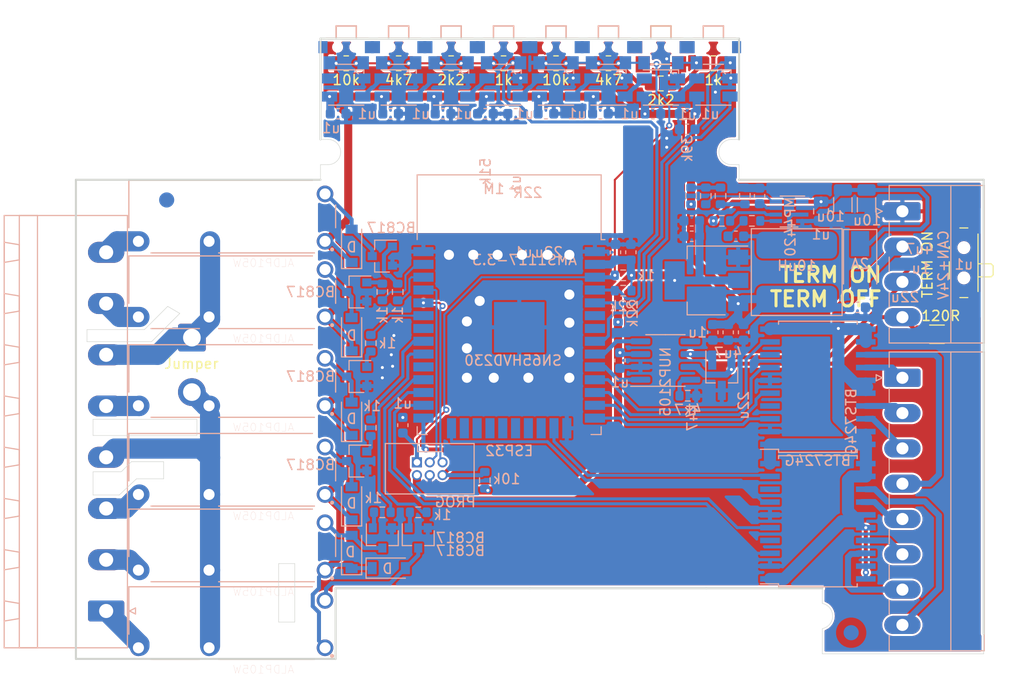
<source format=kicad_pcb>
(kicad_pcb (version 20171130) (host pcbnew "(5.1.12)-1")
  (layers (0 F.Cu signal) (31 B.Cu signal) (34 B.Paste user hide) (35 F.Paste user hide) (36 B.SilkS user hide) (37 F.SilkS user hide) (38 B.Mask user) (39 F.Mask user hide) (44 Edge.Cuts user))
  (net 0 "")
  (net 1 GND)
  (net 2 +24V)
  (net 3 +3V3)
  (net 4 CANH)
  (net 5 CANL)
  (net 6 "Net-(R7-Pad1)")
  (net 7 "Net-(U3-Pad32)")
  (net 8 "Net-(U3-Pad22)")
  (net 9 "Net-(U3-Pad21)")
  (net 10 "Net-(U3-Pad20)")
  (net 11 "Net-(U3-Pad19)")
  (net 12 "Net-(U3-Pad18)")
  (net 13 "Net-(U3-Pad17)")
  (net 14 CAN_TX)
  (net 15 CAN_RX)
  (net 16 "Net-(R3-Pad1)")
  (net 17 "Net-(U5-Pad5)")
  (net 18 "Net-(R23-Pad2)")
  (net 19 PROG_RX)
  (net 20 PROG_TX)
  (net 21 "Net-(SW1-Pad1)")
  (net 22 "Net-(J2-Pad6)")
  (net 23 "Net-(C36-Pad2)")
  (net 24 "Net-(C37-Pad2)")
  (net 25 "Net-(R22-Pad2)")
  (net 26 "Net-(U7-Pad1)")
  (net 27 "Net-(Q1-Pad1)")
  (net 28 "Net-(Q2-Pad1)")
  (net 29 "Net-(R23-Pad1)")
  (net 30 "Net-(R24-Pad2)")
  (net 31 "Net-(D2-Pad2)")
  (net 32 /psu/SW)
  (net 33 "Net-(J4-Pad2)")
  (net 34 "Net-(J4-Pad1)")
  (net 35 "Net-(J4-Pad8)")
  (net 36 "Net-(J4-Pad7)")
  (net 37 "Net-(J4-Pad6)")
  (net 38 "Net-(J4-Pad5)")
  (net 39 "Net-(J4-Pad4)")
  (net 40 "Net-(J4-Pad3)")
  (net 41 "Net-(D5-Pad2)")
  (net 42 "Net-(D6-Pad2)")
  (net 43 "Net-(D7-Pad2)")
  (net 44 "Net-(D8-Pad2)")
  (net 45 "Net-(PB1-Pad1)")
  (net 46 "Net-(PB2-Pad1)")
  (net 47 "Net-(PB3-Pad1)")
  (net 48 "Net-(PB5-Pad1)")
  (net 49 "Net-(PB6-Pad1)")
  (net 50 "Net-(PB7-Pad1)")
  (net 51 "Net-(LED1-Pad4)")
  (net 52 "Net-(LED2-Pad4)")
  (net 53 "Net-(LED3-Pad4)")
  (net 54 "Net-(LED4-Pad4)")
  (net 55 "Net-(LED5-Pad4)")
  (net 56 "Net-(LED6-Pad4)")
  (net 57 "Net-(LED7-Pad4)")
  (net 58 "Net-(LED8-Pad4)")
  (net 59 +5V)
  (net 60 KEYS2)
  (net 61 KEYS1)
  (net 62 "Net-(D1-Pad2)")
  (net 63 PROG_IO0)
  (net 64 PROG_EN)
  (net 65 LEDS)
  (net 66 "Net-(Q3-Pad1)")
  (net 67 "Net-(Q4-Pad1)")
  (net 68 "Net-(Q5-Pad1)")
  (net 69 "Net-(Q6-Pad1)")
  (net 70 "Net-(U3-Pad29)")
  (net 71 K1)
  (net 72 K2)
  (net 73 K3)
  (net 74 K4)
  (net 75 K5)
  (net 76 K6)
  (net 77 "Net-(R26-Pad1)")
  (net 78 "Net-(J2-Pad8)")
  (net 79 "Net-(J2-Pad7)")
  (net 80 "Net-(J2-Pad5)")
  (net 81 "Net-(J2-Pad4)")
  (net 82 "Net-(J2-Pad3)")
  (net 83 "Net-(J2-Pad2)")
  (net 84 "Net-(J2-Pad1)")
  (net 85 "Net-(U3-Pad7)")
  (net 86 "Net-(U3-Pad6)")
  (net 87 VDC)
  (net 88 "Net-(U2-Pad8)")
  (net 89 "Net-(U2-Pad4)")
  (net 90 "Net-(U4-Pad8)")
  (net 91 "Net-(U4-Pad4)")
  (net 92 /EXT7)
  (net 93 /EXT6)
  (net 94 "Net-(U3-Pad23)")
  (net 95 /EXT5)
  (net 96 /EXT4)
  (net 97 /EXT3)
  (net 98 /EXT2)
  (net 99 /EXT1)
  (net 100 /EXT8)
  (module Package_SO:Infineon_PG-DSO-20-32 (layer B.Cu) (at 178.562 141.605)
    (fp_text reference U2 hide)
    (fp_text value BTS724G (at 3.302 -9.906 -90) (layer B.SilkS) (effects (justify mirror)))
    (pad 20 smd rect (at 4.75 5.715 270) (size 0.55 1.95) (layers B.Cu B.Paste B.Mask) (net 87 VDC))
    (pad 19 smd rect (at 4.75 4.445 270) (size 0.55 1.95) (layers B.Cu B.Paste B.Mask) (net 87 VDC))
    (pad 18 smd rect (at 4.75 3.175 270) (size 0.55 1.95) (layers B.Cu B.Paste B.Mask) (net 79 "Net-(J2-Pad7)"))
    (pad 17 smd rect (at 4.75 1.905 270) (size 0.55 1.95) (layers B.Cu B.Paste B.Mask) (net 22 "Net-(J2-Pad6)"))
    (pad 16 smd rect (at 4.75 0.635 270) (size 0.55 1.95) (layers B.Cu B.Paste B.Mask) (net 87 VDC))
    (pad 15 smd rect (at 4.75 -0.635 270) (size 0.55 1.95) (layers B.Cu B.Paste B.Mask) (net 87 VDC))
    (pad 14 smd rect (at 4.75 -1.905 270) (size 0.55 1.95) (layers B.Cu B.Paste B.Mask) (net 80 "Net-(J2-Pad5)"))
    (pad 13 smd rect (at 4.75 -3.175 270) (size 0.55 1.95) (layers B.Cu B.Paste B.Mask) (net 78 "Net-(J2-Pad8)"))
    (pad 12 smd rect (at 4.75 -4.445 270) (size 0.55 1.95) (layers B.Cu B.Paste B.Mask) (net 87 VDC))
    (pad 11 smd rect (at 4.75 -5.715 270) (size 0.55 1.95) (layers B.Cu B.Paste B.Mask) (net 87 VDC))
    (pad 10 smd rect (at -4.75 -5.715 270) (size 0.55 1.95) (layers B.Cu B.Paste B.Mask) (net 87 VDC))
    (pad 9 smd rect (at -4.75 -4.445 270) (size 0.55 1.95) (layers B.Cu B.Paste B.Mask) (net 100 /EXT8))
    (pad 8 smd rect (at -4.75 -3.175 270) (size 0.55 1.95) (layers B.Cu B.Paste B.Mask) (net 88 "Net-(U2-Pad8)"))
    (pad 7 smd rect (at -4.75 -1.905 270) (size 0.55 1.95) (layers B.Cu B.Paste B.Mask) (net 95 /EXT5))
    (pad 6 smd rect (at -4.75 -0.635 270) (size 0.55 1.95) (layers B.Cu B.Paste B.Mask) (net 1 GND))
    (pad 5 smd rect (at -4.75 0.635 270) (size 0.55 1.95) (layers B.Cu B.Paste B.Mask) (net 93 /EXT6))
    (pad 4 smd rect (at -4.75 1.905 270) (size 0.55 1.95) (layers B.Cu B.Paste B.Mask) (net 89 "Net-(U2-Pad4)"))
    (pad 3 smd rect (at -4.75 3.175 270) (size 0.55 1.95) (layers B.Cu B.Paste B.Mask) (net 92 /EXT7))
    (pad 2 smd rect (at -4.75 4.445 270) (size 0.55 1.95) (layers B.Cu B.Paste B.Mask) (net 1 GND))
    (pad 1 smd rect (at -4.75 5.715 270) (size 0.55 1.95) (layers B.Cu B.Paste B.Mask) (net 87 VDC))
  )
  (module Package_TO_SOT_SMD:TSOT-23-8 (layer B.Cu) (at 175.7045 110.871 180)
    (fp_text reference U7 hide)
    (fp_text value MP4420 (at -0.127 -1.524 270) (layer B.SilkS) (effects (justify mirror)))
    (pad 8 smd rect (at 1.31 0.97 180) (size 1.22 0.4) (layers B.Cu B.Paste B.Mask) (net 18 "Net-(R23-Pad2)"))
    (pad 7 smd rect (at 1.31 0.33 180) (size 1.22 0.4) (layers B.Cu B.Paste B.Mask) (net 23 "Net-(C36-Pad2)"))
    (pad 6 smd rect (at 1.31 -0.33 180) (size 1.22 0.4) (layers B.Cu B.Paste B.Mask) (net 25 "Net-(R22-Pad2)"))
    (pad 5 smd rect (at 1.31 -0.97 180) (size 1.22 0.4) (layers B.Cu B.Paste B.Mask) (net 30 "Net-(R24-Pad2)"))
    (pad 4 smd rect (at -1.31 -0.97 180) (size 1.22 0.4) (layers B.Cu B.Paste B.Mask) (net 1 GND))
    (pad 3 smd rect (at -1.31 -0.33 180) (size 1.22 0.4) (layers B.Cu B.Paste B.Mask) (net 32 /psu/SW))
    (pad 2 smd rect (at -1.31 0.33 180) (size 1.22 0.4) (layers B.Cu B.Paste B.Mask) (net 2 +24V))
    (pad 1 smd rect (at -1.31 0.97 180) (size 1.22 0.4) (layers B.Cu B.Paste B.Mask) (net 26 "Net-(U7-Pad1)"))
  )
  (module liebler_PASSIVES:ASPIAIG-Q8080 (layer B.Cu) (at 176.4665 116.9035 90)
    (fp_text reference L5 hide)
    (fp_text value 10uH (at 0.635 0 180) (layer B.SilkS) (effects (justify mirror)))
    (pad 2 smd roundrect (at 2.675 0 90) (size 2.65 8) (layers B.Cu B.Paste B.Mask) (net 32 /psu/SW))
    (pad 1 smd roundrect (at -2.675 0 90) (size 2.65 8) (layers B.Cu B.Paste B.Mask) (net 59 +5V))
  )
  (module liebler_MECH:RELAY_ALDP105W (layer B.Cu) (at 120.5 111.4 180)
    (fp_text reference K1 hide)
    (fp_text value ALDP105W (at -3.0931 -4.59564) (layer B.SilkS) (effects (font (size 0.8 0.8) (thickness 0.015)) (justify mirror)))
    (pad 14 thru_hole circle (at 9.3 -2.45 180) (size 1.65 1.65) (drill 1.1) (layers *.Cu *.Mask) (net 35 "Net-(J4-Pad8)"))
    (pad 11 thru_hole circle (at 2.3 -2.45 180) (size 1.65 1.65) (drill 1.1) (layers *.Cu *.Mask) (net 37 "Net-(J4-Pad6)"))
    (pad A2 thru_hole circle (at -9.2 2.25 180) (size 1.65 1.65) (drill 1.1) (layers *.Cu *.Mask) (net 62 "Net-(D1-Pad2)"))
    (pad A1 thru_hole circle (at -9.2 -2.45 180) (size 1.65 1.65) (drill 1.1) (layers *.Cu *.Mask) (net 59 +5V))
  )
  (module Package_SO:Infineon_PG-DSO-20-32 (layer B.Cu) (at 178.562 128.27)
    (fp_text reference U4 hide)
    (fp_text value BTS724G (at -0.008 7.321) (layer B.SilkS) (effects (justify mirror)))
    (pad 20 smd rect (at 4.75 5.715 270) (size 0.55 1.95) (layers B.Cu B.Paste B.Mask) (net 87 VDC))
    (pad 19 smd rect (at 4.75 4.445 270) (size 0.55 1.95) (layers B.Cu B.Paste B.Mask) (net 87 VDC))
    (pad 18 smd rect (at 4.75 3.175 270) (size 0.55 1.95) (layers B.Cu B.Paste B.Mask) (net 82 "Net-(J2-Pad3)"))
    (pad 17 smd rect (at 4.75 1.905 270) (size 0.55 1.95) (layers B.Cu B.Paste B.Mask) (net 83 "Net-(J2-Pad2)"))
    (pad 16 smd rect (at 4.75 0.635 270) (size 0.55 1.95) (layers B.Cu B.Paste B.Mask) (net 87 VDC))
    (pad 15 smd rect (at 4.75 -0.635 270) (size 0.55 1.95) (layers B.Cu B.Paste B.Mask) (net 87 VDC))
    (pad 14 smd rect (at 4.75 -1.905 270) (size 0.55 1.95) (layers B.Cu B.Paste B.Mask) (net 84 "Net-(J2-Pad1)"))
    (pad 13 smd rect (at 4.75 -3.175 270) (size 0.55 1.95) (layers B.Cu B.Paste B.Mask) (net 81 "Net-(J2-Pad4)"))
    (pad 12 smd rect (at 4.75 -4.445 270) (size 0.55 1.95) (layers B.Cu B.Paste B.Mask) (net 87 VDC))
    (pad 11 smd rect (at 4.75 -5.715 270) (size 0.55 1.95) (layers B.Cu B.Paste B.Mask) (net 87 VDC))
    (pad 10 smd rect (at -4.75 -5.715 270) (size 0.55 1.95) (layers B.Cu B.Paste B.Mask) (net 87 VDC))
    (pad 9 smd rect (at -4.75 -4.445 270) (size 0.55 1.95) (layers B.Cu B.Paste B.Mask) (net 96 /EXT4))
    (pad 8 smd rect (at -4.75 -3.175 270) (size 0.55 1.95) (layers B.Cu B.Paste B.Mask) (net 90 "Net-(U4-Pad8)"))
    (pad 7 smd rect (at -4.75 -1.905 270) (size 0.55 1.95) (layers B.Cu B.Paste B.Mask) (net 99 /EXT1))
    (pad 6 smd rect (at -4.75 -0.635 270) (size 0.55 1.95) (layers B.Cu B.Paste B.Mask) (net 1 GND))
    (pad 5 smd rect (at -4.75 0.635 270) (size 0.55 1.95) (layers B.Cu B.Paste B.Mask) (net 98 /EXT2))
    (pad 4 smd rect (at -4.75 1.905 270) (size 0.55 1.95) (layers B.Cu B.Paste B.Mask) (net 91 "Net-(U4-Pad4)"))
    (pad 3 smd rect (at -4.75 3.175 270) (size 0.55 1.95) (layers B.Cu B.Paste B.Mask) (net 97 /EXT3))
    (pad 2 smd rect (at -4.75 4.445 270) (size 0.55 1.95) (layers B.Cu B.Paste B.Mask) (net 1 GND))
    (pad 1 smd rect (at -4.75 5.715 270) (size 0.55 1.95) (layers B.Cu B.Paste B.Mask) (net 87 VDC))
  )
  (module Resistor_SMD:R_0805_2012Metric_Pad1.20x1.40mm_HandSolder (layer F.Cu) (at 147.4 96.2)
    (fp_text reference R16 hide)
    (fp_text value 1k (at 0 1.65) (layer F.SilkS))
    (pad 2 smd roundrect (at 1 0) (size 1.2 1.4) (layers F.Cu F.Paste F.Mask) (roundrect_rratio 0.208333) (net 60 KEYS2))
    (pad 1 smd roundrect (at -1 0) (size 1.2 1.4) (layers F.Cu F.Paste F.Mask) (roundrect_rratio 0.208333) (net 47 "Net-(PB3-Pad1)"))
  )
  (module Resistor_SMD:R_0805_2012Metric_Pad1.20x1.40mm_HandSolder (layer F.Cu) (at 142.2 96.2)
    (fp_text reference R15 hide)
    (fp_text value 2k2 (at 0 1.65) (layer F.SilkS))
    (pad 2 smd roundrect (at 1 0) (size 1.2 1.4) (layers F.Cu F.Paste F.Mask) (roundrect_rratio 0.208333) (net 47 "Net-(PB3-Pad1)"))
    (pad 1 smd roundrect (at -1 0) (size 1.2 1.4) (layers F.Cu F.Paste F.Mask) (roundrect_rratio 0.208333) (net 46 "Net-(PB2-Pad1)"))
  )
  (module Resistor_SMD:R_0805_2012Metric_Pad1.20x1.40mm_HandSolder (layer F.Cu) (at 137 96.2)
    (fp_text reference R14 hide)
    (fp_text value 4k7 (at 0 1.65) (layer F.SilkS))
    (pad 2 smd roundrect (at 1 0) (size 1.2 1.4) (layers F.Cu F.Paste F.Mask) (roundrect_rratio 0.208333) (net 46 "Net-(PB2-Pad1)"))
    (pad 1 smd roundrect (at -1 0) (size 1.2 1.4) (layers F.Cu F.Paste F.Mask) (roundrect_rratio 0.208333) (net 45 "Net-(PB1-Pad1)"))
  )
  (module Resistor_SMD:R_0805_2012Metric_Pad1.20x1.40mm_HandSolder (layer F.Cu) (at 131.8 96.2)
    (fp_text reference R12 hide)
    (fp_text value 10k (at 0 1.65) (layer F.SilkS))
    (pad 2 smd roundrect (at 1 0) (size 1.2 1.4) (layers F.Cu F.Paste F.Mask) (roundrect_rratio 0.208333) (net 45 "Net-(PB1-Pad1)"))
    (pad 1 smd roundrect (at -1 0) (size 1.2 1.4) (layers F.Cu F.Paste F.Mask) (roundrect_rratio 0.208333) (net 1 GND))
  )
  (module Resistor_SMD:R_0805_2012Metric_Pad1.20x1.40mm_HandSolder (layer F.Cu) (at 168.2 96.2)
    (fp_text reference R9 hide)
    (fp_text value 1k (at 0 1.65) (layer F.SilkS))
    (pad 2 smd roundrect (at 1 0) (size 1.2 1.4) (layers F.Cu F.Paste F.Mask) (roundrect_rratio 0.208333) (net 61 KEYS1))
    (pad 1 smd roundrect (at -1 0) (size 1.2 1.4) (layers F.Cu F.Paste F.Mask) (roundrect_rratio 0.208333) (net 50 "Net-(PB7-Pad1)"))
  )
  (module Resistor_SMD:R_0805_2012Metric_Pad1.20x1.40mm_HandSolder (layer F.Cu) (at 163 98.2)
    (fp_text reference R8 hide)
    (fp_text value 2k2 (at 0 1.65) (layer F.SilkS))
    (pad 2 smd roundrect (at 1 0) (size 1.2 1.4) (layers F.Cu F.Paste F.Mask) (roundrect_rratio 0.208333) (net 50 "Net-(PB7-Pad1)"))
    (pad 1 smd roundrect (at -1 0) (size 1.2 1.4) (layers F.Cu F.Paste F.Mask) (roundrect_rratio 0.208333) (net 49 "Net-(PB6-Pad1)"))
  )
  (module Resistor_SMD:R_0805_2012Metric_Pad1.20x1.40mm_HandSolder (layer F.Cu) (at 157.8 96.2)
    (fp_text reference R5 hide)
    (fp_text value 4k7 (at 0 1.65) (layer F.SilkS))
    (pad 2 smd roundrect (at 1 0) (size 1.2 1.4) (layers F.Cu F.Paste F.Mask) (roundrect_rratio 0.208333) (net 49 "Net-(PB6-Pad1)"))
    (pad 1 smd roundrect (at -1 0) (size 1.2 1.4) (layers F.Cu F.Paste F.Mask) (roundrect_rratio 0.208333) (net 48 "Net-(PB5-Pad1)"))
  )
  (module Resistor_SMD:R_0805_2012Metric_Pad1.20x1.40mm_HandSolder (layer F.Cu) (at 152.6 96.2)
    (fp_text reference R4 hide)
    (fp_text value 10k (at 0 1.65) (layer F.SilkS))
    (pad 2 smd roundrect (at 1 0) (size 1.2 1.4) (layers F.Cu F.Paste F.Mask) (roundrect_rratio 0.208333) (net 48 "Net-(PB5-Pad1)"))
    (pad 1 smd roundrect (at -1 0) (size 1.2 1.4) (layers F.Cu F.Paste F.Mask) (roundrect_rratio 0.208333) (net 1 GND))
  )
  (module Resistor_SMD:R_0603_1608Metric (layer B.Cu) (at 165.6715 129.159)
    (fp_text reference R3 hide)
    (fp_text value 4k7 (at 0 1.397) (layer B.SilkS) (effects (justify mirror)))
    (pad 2 smd roundrect (at 0.825 0) (size 0.8 0.95) (layers B.Cu B.Paste B.Mask) (net 1 GND))
    (pad 1 smd roundrect (at -0.825 0) (size 0.8 0.95) (layers B.Cu B.Paste B.Mask) (net 16 "Net-(R3-Pad1)"))
  )
  (module Resistor_SMD:R_0603_1608Metric (layer B.Cu) (at 159.258 117.221 180)
    (fp_text reference R11 hide)
    (fp_text value 1k (at -2.286 0) (layer B.SilkS) (effects (justify mirror)))
    (pad 2 smd roundrect (at 0.825 0 180) (size 0.8 0.95) (layers B.Cu B.Paste B.Mask) (net 64 PROG_EN))
    (pad 1 smd roundrect (at -0.825 0 180) (size 0.8 0.95) (layers B.Cu B.Paste B.Mask) (net 3 +3V3))
  )
  (module Capacitor_SMD:C_0603_1608Metric (layer B.Cu) (at 170.434 113.3475 180)
    (fp_text reference C37 hide)
    (fp_text value u1 (at -22.606 -2.794) (layer B.SilkS) (effects (justify mirror)))
    (pad 2 smd roundrect (at 0.775 0 180) (size 0.9 0.95) (layers B.Cu B.Paste B.Mask) (net 24 "Net-(C37-Pad2)"))
    (pad 1 smd roundrect (at -0.775 0 180) (size 0.9 0.95) (layers B.Cu B.Paste B.Mask) (net 32 /psu/SW))
  )
  (module Capacitor_SMD:C_1206_3216Metric (layer B.Cu) (at 183.388 110.236 90)
    (fp_text reference C34 hide)
    (fp_text value 10u (at -1.143 -3.556 180) (layer B.SilkS) (effects (justify mirror)))
    (pad 2 smd roundrect (at 1.475 0 90) (size 1.15 1.8) (layers B.Cu B.Paste B.Mask) (roundrect_rratio 0.217391) (net 2 +24V))
    (pad 1 smd roundrect (at -1.475 0 90) (size 1.15 1.8) (layers B.Cu B.Paste B.Mask) (roundrect_rratio 0.217391) (net 1 GND))
  )
  (module Diode_SMD:D_SMA (layer B.Cu) (at 182.753 116.078 270)
    (fp_text reference D4 hide)
    (fp_text value 2A (at 0 0 180) (layer B.SilkS) (effects (justify mirror)))
    (pad 2 smd rect (at 2 0 270) (size 2.5 1.8) (layers B.Cu B.Paste B.Mask) (net 87 VDC))
    (pad 1 smd rect (at -2 0 270) (size 2.5 1.8) (layers B.Cu B.Paste B.Mask) (net 2 +24V))
  )
  (module Package_TO_SOT_SMD:SOT-223-3_TabPin2 (layer B.Cu) (at 167.513 117.729 180)
    (fp_text reference U1 hide)
    (fp_text value AMS1117-3.3 (at 18.034 2.032) (layer B.SilkS) (effects (justify mirror)))
    (pad 1 smd rect (at -3.15 2.3 180) (size 2 1.5) (layers B.Cu B.Paste B.Mask) (net 1 GND))
    (pad 3 smd rect (at -3.15 -2.3 180) (size 2 1.5) (layers B.Cu B.Paste B.Mask) (net 59 +5V))
    (pad 2 smd rect (at -3.15 0 180) (size 2 1.5) (layers B.Cu B.Paste B.Mask) (net 3 +3V3))
    (pad 2 smd rect (at 3.15 0 180) (size 2 3.8) (layers B.Cu B.Paste B.Mask) (net 3 +3V3))
  )
  (module Capacitor_SMD:C_0603_1608Metric (layer B.Cu) (at 166.0525 111.8235 180)
    (fp_text reference C14 hide)
    (fp_text value 4u7 (at -22.606 -2.794) (layer B.SilkS) (effects (justify mirror)))
    (pad 2 smd roundrect (at 0.775 0 180) (size 0.9 0.95) (layers B.Cu B.Paste B.Mask) (net 1 GND))
    (pad 1 smd roundrect (at -0.775 0 180) (size 0.9 0.95) (layers B.Cu B.Paste B.Mask) (net 3 +3V3))
  )
  (module Capacitor_SMD:C_0603_1608Metric (layer B.Cu) (at 166.0525 113.3475 180)
    (fp_text reference C13 hide)
    (fp_text value 1u (at -22.733 -3.175) (layer B.SilkS) (effects (justify mirror)))
    (pad 2 smd roundrect (at 0.775 0 180) (size 0.9 0.95) (layers B.Cu B.Paste B.Mask) (net 1 GND))
    (pad 1 smd roundrect (at -0.775 0 180) (size 0.9 0.95) (layers B.Cu B.Paste B.Mask) (net 3 +3V3))
  )
  (module Capacitor_SMD:C_0603_1608Metric (layer B.Cu) (at 168.148 122.8725 270)
    (fp_text reference C12 hide)
    (fp_text value 1u (at 0 1.524 180) (layer B.SilkS) (effects (justify mirror)))
    (pad 2 smd roundrect (at 0.775 0 270) (size 0.9 0.95) (layers B.Cu B.Paste B.Mask) (net 1 GND))
    (pad 1 smd roundrect (at -0.775 0 270) (size 0.9 0.95) (layers B.Cu B.Paste B.Mask) (net 59 +5V))
  )
  (module Capacitor_SMD:C_0603_1608Metric (layer B.Cu) (at 169.672 122.8725 270)
    (fp_text reference C11 hide)
    (fp_text value 4u7 (at 2.032 0 180) (layer B.SilkS) (effects (justify mirror)))
    (pad 2 smd roundrect (at 0.775 0 270) (size 0.9 0.95) (layers B.Cu B.Paste B.Mask) (net 1 GND))
    (pad 1 smd roundrect (at -0.775 0 270) (size 0.9 0.95) (layers B.Cu B.Paste B.Mask) (net 59 +5V))
  )
  (module Connector_Phoenix_MC:PhoenixContact_MC_1,5_8-G-3.5_1x08_P3.50mm_Horizontal (layer B.Cu) (at 186.944 127.381 270)
    (fp_text reference J2 hide)
    (fp_text value Conn_01x08 hide)
    (pad 8 thru_hole oval (at 24.5 0 270) (size 1.8 3.6) (drill 1.2) (layers *.Cu *.Mask) (net 78 "Net-(J2-Pad8)"))
    (pad 7 thru_hole oval (at 21 0 270) (size 1.8 3.6) (drill 1.2) (layers *.Cu *.Mask) (net 79 "Net-(J2-Pad7)"))
    (pad 6 thru_hole oval (at 17.5 0 270) (size 1.8 3.6) (drill 1.2) (layers *.Cu *.Mask) (net 22 "Net-(J2-Pad6)"))
    (pad 5 thru_hole oval (at 14 0 270) (size 1.8 3.6) (drill 1.2) (layers *.Cu *.Mask) (net 80 "Net-(J2-Pad5)"))
    (pad 4 thru_hole oval (at 10.5 0 270) (size 1.8 3.6) (drill 1.2) (layers *.Cu *.Mask) (net 81 "Net-(J2-Pad4)"))
    (pad 3 thru_hole oval (at 7 0 270) (size 1.8 3.6) (drill 1.2) (layers *.Cu *.Mask) (net 82 "Net-(J2-Pad3)"))
    (pad 2 thru_hole oval (at 3.5 0 270) (size 1.8 3.6) (drill 1.2) (layers *.Cu *.Mask) (net 83 "Net-(J2-Pad2)"))
    (pad 1 thru_hole roundrect (at 0 0 270) (size 1.8 3.6) (drill 1.2) (layers *.Cu *.Mask) (roundrect_rratio 0.138889) (net 84 "Net-(J2-Pad1)"))
  )
  (module Resistor_SMD:R_0603_1608Metric (layer B.Cu) (at 168.91 109.347 90)
    (fp_text reference R26 hide)
    (fp_text value k47 (at -21.971 -2.794 90) (layer B.SilkS) (effects (justify mirror)))
    (pad 2 smd roundrect (at 0.825 0 90) (size 0.8 0.95) (layers B.Cu B.Paste B.Mask) (net 29 "Net-(R23-Pad1)"))
    (pad 1 smd roundrect (at -0.825 0 90) (size 0.8 0.95) (layers B.Cu B.Paste B.Mask) (net 77 "Net-(R26-Pad1)"))
  )
  (module liebler_MECH:RELAY_ALDP105W (layer B.Cu) (at 120.5 118.9 180)
    (fp_text reference K2 hide)
    (fp_text value ALDP105W (at -3.0931 -4.59564) (layer B.SilkS) (effects (font (size 0.8 0.8) (thickness 0.015)) (justify mirror)))
    (pad 14 thru_hole circle (at 9.3 -2.45 180) (size 1.65 1.65) (drill 1.1) (layers *.Cu *.Mask) (net 36 "Net-(J4-Pad7)"))
    (pad 11 thru_hole circle (at 2.3 -2.45 180) (size 1.65 1.65) (drill 1.1) (layers *.Cu *.Mask) (net 37 "Net-(J4-Pad6)"))
    (pad A2 thru_hole circle (at -9.2 2.25 180) (size 1.65 1.65) (drill 1.1) (layers *.Cu *.Mask) (net 31 "Net-(D2-Pad2)"))
    (pad A1 thru_hole circle (at -9.2 -2.45 180) (size 1.65 1.65) (drill 1.1) (layers *.Cu *.Mask) (net 59 +5V))
  )
  (module Resistor_SMD:R_0603_1608Metric (layer B.Cu) (at 138.938 140.716)
    (fp_text reference R21 hide)
    (fp_text value 1k (at 2.413 0.254) (layer B.SilkS) (effects (justify mirror)))
    (pad 2 smd roundrect (at 0.825 0) (size 0.8 0.95) (layers B.Cu B.Paste B.Mask) (net 76 K6))
    (pad 1 smd roundrect (at -0.825 0) (size 0.8 0.95) (layers B.Cu B.Paste B.Mask) (net 69 "Net-(Q6-Pad1)"))
  )
  (module Resistor_SMD:R_0603_1608Metric (layer B.Cu) (at 135.382 140.716)
    (fp_text reference R20 hide)
    (fp_text value 1k (at -0.889 -1.43) (layer B.SilkS) (effects (justify mirror)))
    (pad 2 smd roundrect (at 0.825 0) (size 0.8 0.95) (layers B.Cu B.Paste B.Mask) (net 75 K5))
    (pad 1 smd roundrect (at -0.825 0) (size 0.8 0.95) (layers B.Cu B.Paste B.Mask) (net 68 "Net-(Q5-Pad1)"))
  )
  (module Resistor_SMD:R_0603_1608Metric (layer B.Cu) (at 134.239 132.334 90)
    (fp_text reference R19 hide)
    (fp_text value 1k (at 2.159 0.127 180) (layer B.SilkS) (effects (justify mirror)))
    (pad 2 smd roundrect (at 0.825 0 90) (size 0.8 0.95) (layers B.Cu B.Paste B.Mask) (net 74 K4))
    (pad 1 smd roundrect (at -0.825 0 90) (size 0.8 0.95) (layers B.Cu B.Paste B.Mask) (net 67 "Net-(Q4-Pad1)"))
  )
  (module Resistor_SMD:R_0603_1608Metric (layer B.Cu) (at 134.239 123.952 90)
    (fp_text reference R18 hide)
    (fp_text value 1k (at 0 1.651 180) (layer B.SilkS) (effects (justify mirror)))
    (pad 2 smd roundrect (at 0.825 0 90) (size 0.8 0.95) (layers B.Cu B.Paste B.Mask) (net 73 K3))
    (pad 1 smd roundrect (at -0.825 0 90) (size 0.8 0.95) (layers B.Cu B.Paste B.Mask) (net 66 "Net-(Q3-Pad1)"))
  )
  (module Resistor_SMD:R_0603_1608Metric (layer B.Cu) (at 135.382 118.872 270)
    (fp_text reference R17 hide)
    (fp_text value 1k (at 2.286 0 270) (layer B.SilkS) (effects (justify mirror)))
    (pad 2 smd roundrect (at 0.825 0 270) (size 0.8 0.95) (layers B.Cu B.Paste B.Mask) (net 72 K2))
    (pad 1 smd roundrect (at -0.825 0 270) (size 0.8 0.95) (layers B.Cu B.Paste B.Mask) (net 28 "Net-(Q2-Pad1)"))
  )
  (module Resistor_SMD:R_0603_1608Metric (layer B.Cu) (at 136.906 118.872 270)
    (fp_text reference R13 hide)
    (fp_text value 1k (at 2.286 0 270) (layer B.SilkS) (effects (justify mirror)))
    (pad 2 smd roundrect (at 0.825 0 270) (size 0.8 0.95) (layers B.Cu B.Paste B.Mask) (net 71 K1))
    (pad 1 smd roundrect (at -0.825 0 270) (size 0.8 0.95) (layers B.Cu B.Paste B.Mask) (net 27 "Net-(Q1-Pad1)"))
  )
  (module Package_TO_SOT_SMD:SOT-23 (layer B.Cu) (at 138.938 143.256 270)
    (fp_text reference Q6 hide)
    (fp_text value BC817 (at 0 -4.191 180) (layer B.SilkS) (effects (justify mirror)))
    (pad 3 smd rect (at 1 0 270) (size 0.9 0.8) (layers B.Cu B.Paste B.Mask) (net 44 "Net-(D8-Pad2)"))
    (pad 2 smd rect (at -1 -0.95 270) (size 0.9 0.8) (layers B.Cu B.Paste B.Mask) (net 1 GND))
    (pad 1 smd rect (at -1 0.95 270) (size 0.9 0.8) (layers B.Cu B.Paste B.Mask) (net 69 "Net-(Q6-Pad1)"))
  )
  (module Package_TO_SOT_SMD:SOT-23 (layer B.Cu) (at 135.382 143.256 270)
    (fp_text reference Q5 hide)
    (fp_text value BC817 (at 1.27 -7.747 180) (layer B.SilkS) (effects (justify mirror)))
    (pad 3 smd rect (at 1 0 270) (size 0.9 0.8) (layers B.Cu B.Paste B.Mask) (net 43 "Net-(D7-Pad2)"))
    (pad 2 smd rect (at -1 -0.95 270) (size 0.9 0.8) (layers B.Cu B.Paste B.Mask) (net 1 GND))
    (pad 1 smd rect (at -1 0.95 270) (size 0.9 0.8) (layers B.Cu B.Paste B.Mask) (net 68 "Net-(Q5-Pad1)"))
  )
  (module Package_TO_SOT_SMD:SOT-23 (layer B.Cu) (at 132.842 135.636 180)
    (fp_text reference Q4 hide)
    (fp_text value BC817 (at 4.572 -0.381) (layer B.SilkS) (effects (justify mirror)))
    (pad 3 smd rect (at 1 0 180) (size 0.9 0.8) (layers B.Cu B.Paste B.Mask) (net 42 "Net-(D6-Pad2)"))
    (pad 2 smd rect (at -1 -0.95 180) (size 0.9 0.8) (layers B.Cu B.Paste B.Mask) (net 1 GND))
    (pad 1 smd rect (at -1 0.95 180) (size 0.9 0.8) (layers B.Cu B.Paste B.Mask) (net 67 "Net-(Q4-Pad1)"))
  )
  (module Package_TO_SOT_SMD:SOT-23 (layer B.Cu) (at 132.842 127.254 180)
    (fp_text reference Q3 hide)
    (fp_text value BC817 (at 4.572 0) (layer B.SilkS) (effects (justify mirror)))
    (pad 3 smd rect (at 1 0 180) (size 0.9 0.8) (layers B.Cu B.Paste B.Mask) (net 41 "Net-(D5-Pad2)"))
    (pad 2 smd rect (at -1 -0.95 180) (size 0.9 0.8) (layers B.Cu B.Paste B.Mask) (net 1 GND))
    (pad 1 smd rect (at -1 0.95 180) (size 0.9 0.8) (layers B.Cu B.Paste B.Mask) (net 66 "Net-(Q3-Pad1)"))
  )
  (module Package_TO_SOT_SMD:SOT-23 (layer B.Cu) (at 132.842 118.872 180)
    (fp_text reference Q2 hide)
    (fp_text value BC817 (at 4.572 0) (layer B.SilkS) (effects (justify mirror)))
    (pad 3 smd rect (at 1 0 180) (size 0.9 0.8) (layers B.Cu B.Paste B.Mask) (net 31 "Net-(D2-Pad2)"))
    (pad 2 smd rect (at -1 -0.95 180) (size 0.9 0.8) (layers B.Cu B.Paste B.Mask) (net 1 GND))
    (pad 1 smd rect (at -1 0.95 180) (size 0.9 0.8) (layers B.Cu B.Paste B.Mask) (net 28 "Net-(Q2-Pad1)"))
  )
  (module Package_TO_SOT_SMD:SOT-23 (layer B.Cu) (at 135.382 115.316 180)
    (fp_text reference Q1 hide)
    (fp_text value BC817 (at -0.889 2.794) (layer B.SilkS) (effects (justify mirror)))
    (pad 3 smd rect (at 1 0 180) (size 0.9 0.8) (layers B.Cu B.Paste B.Mask) (net 62 "Net-(D1-Pad2)"))
    (pad 2 smd rect (at -1 -0.95 180) (size 0.9 0.8) (layers B.Cu B.Paste B.Mask) (net 1 GND))
    (pad 1 smd rect (at -1 0.95 180) (size 0.9 0.8) (layers B.Cu B.Paste B.Mask) (net 27 "Net-(Q1-Pad1)"))
  )
  (module Diode_SMD:D_SOD-123 (layer B.Cu) (at 136.017 146.25)
    (fp_text reference D8 hide)
    (fp_text value D (at -0.127 0.054) (layer B.SilkS) (effects (justify mirror)))
    (pad 2 smd rect (at 1.65 0) (size 0.9 1.2) (layers B.Cu B.Paste B.Mask) (net 44 "Net-(D8-Pad2)"))
    (pad 1 smd rect (at -1.65 0) (size 0.9 1.2) (layers B.Cu B.Paste B.Mask) (net 59 +5V))
  )
  (module Diode_SMD:D_SOD-123 (layer B.Cu) (at 132.334 144.653 90)
    (fp_text reference D7 hide)
    (fp_text value D (at 0 -0.127 180) (layer B.SilkS) (effects (justify mirror)))
    (pad 2 smd rect (at 1.65 0 90) (size 0.9 1.2) (layers B.Cu B.Paste B.Mask) (net 43 "Net-(D7-Pad2)"))
    (pad 1 smd rect (at -1.65 0 90) (size 0.9 1.2) (layers B.Cu B.Paste B.Mask) (net 59 +5V))
  )
  (module Diode_SMD:D_SOD-123 (layer B.Cu) (at 132.334 139.827 90)
    (fp_text reference D6 hide)
    (fp_text value D (at 0 0 180) (layer B.SilkS) (effects (justify mirror)))
    (pad 2 smd rect (at 1.65 0 90) (size 0.9 1.2) (layers B.Cu B.Paste B.Mask) (net 42 "Net-(D6-Pad2)"))
    (pad 1 smd rect (at -1.65 0 90) (size 0.9 1.2) (layers B.Cu B.Paste B.Mask) (net 59 +5V))
  )
  (module Diode_SMD:D_SOD-123 (layer B.Cu) (at 132.334 131.445 90)
    (fp_text reference D5 hide)
    (fp_text value D (at 0 0 180) (layer B.SilkS) (effects (justify mirror)))
    (pad 2 smd rect (at 1.65 0 90) (size 0.9 1.2) (layers B.Cu B.Paste B.Mask) (net 41 "Net-(D5-Pad2)"))
    (pad 1 smd rect (at -1.65 0 90) (size 0.9 1.2) (layers B.Cu B.Paste B.Mask) (net 59 +5V))
  )
  (module Diode_SMD:D_SOD-123 (layer B.Cu) (at 132.334 123.063 90)
    (fp_text reference D2 hide)
    (fp_text value D (at -0.127 0 180) (layer B.SilkS) (effects (justify mirror)))
    (pad 2 smd rect (at 1.65 0 90) (size 0.9 1.2) (layers B.Cu B.Paste B.Mask) (net 31 "Net-(D2-Pad2)"))
    (pad 1 smd rect (at -1.65 0 90) (size 0.9 1.2) (layers B.Cu B.Paste B.Mask) (net 59 +5V))
  )
  (module Diode_SMD:D_SOD-123 (layer B.Cu) (at 132.334 114.3 90)
    (fp_text reference D1 hide)
    (fp_text value D (at -0.127 0 180) (layer B.SilkS) (effects (justify mirror)))
    (pad 2 smd rect (at 1.65 0 90) (size 0.9 1.2) (layers B.Cu B.Paste B.Mask) (net 62 "Net-(D1-Pad2)"))
    (pad 1 smd rect (at -1.65 0 90) (size 0.9 1.2) (layers B.Cu B.Paste B.Mask) (net 59 +5V))
  )
  (module liebler_MECH:Button_2x4x3,5_handsolder (layer F.Cu) (at 163 94.6)
    (fp_text reference SW3 hide)
    (fp_text value Reset hide)
    (pad "" np_thru_hole circle (at -0.85 0) (size 0.7 0.7) (drill 0.7) (layers *.Cu *.Mask))
    (pad "" np_thru_hole circle (at 0.85 0) (size 0.7 0.7) (drill 0.7) (layers *.Cu *.Mask))
    (pad MP smd rect (at 2.55 0) (size 1.4 1.2) (layers F.Cu F.Paste F.Mask))
    (pad 2 smd rect (at 1.8 1.7) (size 1.4 1.6) (layers F.Cu F.Paste F.Mask) (net 1 GND))
    (pad MP smd rect (at -2.55 0) (size 1.4 1.2) (layers F.Cu F.Paste F.Mask))
    (pad 1 smd rect (at -1.8 1.7) (size 1.4 1.6) (layers F.Cu F.Paste F.Mask) (net 64 PROG_EN))
  )
  (module Capacitor_SMD:C_0603_1608Metric (layer B.Cu) (at 148.6 101.2)
    (fp_text reference C10 hide)
    (fp_text value u1 (at 0 6.985 270) (layer B.SilkS) (effects (justify mirror)))
    (pad 2 smd roundrect (at 0.775 0) (size 0.9 0.95) (layers B.Cu B.Paste B.Mask) (net 60 KEYS2))
    (pad 1 smd roundrect (at -0.775 0) (size 0.9 0.95) (layers B.Cu B.Paste B.Mask) (net 1 GND))
  )
  (module Resistor_SMD:R_0603_1608Metric (layer B.Cu) (at 159.258 118.745)
    (fp_text reference R10 hide)
    (fp_text value 22k (at 0 1.524) (layer B.SilkS) (effects (justify mirror)))
    (pad 2 smd roundrect (at 0.825 0) (size 0.8 0.95) (layers B.Cu B.Paste B.Mask) (net 3 +3V3))
    (pad 1 smd roundrect (at -0.825 0) (size 0.8 0.95) (layers B.Cu B.Paste B.Mask) (net 60 KEYS2))
  )
  (module Resistor_SMD:R_0603_1608Metric (layer B.Cu) (at 158.75 121.031 270)
    (fp_text reference R2 hide)
    (fp_text value 22k (at 0 -1.43 90) (layer B.SilkS) (effects (justify mirror)))
    (pad 2 smd roundrect (at 0.825 0 270) (size 0.8 0.95) (layers B.Cu B.Paste B.Mask) (net 3 +3V3))
    (pad 1 smd roundrect (at -0.825 0 270) (size 0.8 0.95) (layers B.Cu B.Paste B.Mask) (net 61 KEYS1))
  )
  (module Capacitor_SMD:C_0603_1608Metric (layer B.Cu) (at 137.414 132.08 90)
    (fp_text reference C40 hide)
    (fp_text value u1 (at 2.159 0 180) (layer B.SilkS) (effects (justify mirror)))
    (pad 2 smd roundrect (at 0.775 0 90) (size 0.9 0.95) (layers B.Cu B.Paste B.Mask) (net 1 GND))
    (pad 1 smd roundrect (at -0.775 0 90) (size 0.9 0.95) (layers B.Cu B.Paste B.Mask) (net 64 PROG_EN))
  )
  (module Capacitor_SMD:C_0603_1608Metric (layer B.Cu) (at 165.608 102.743)
    (fp_text reference C9 hide)
    (fp_text value u1 (at 0 -1.43) (layer B.SilkS) (effects (justify mirror)))
    (pad 2 smd roundrect (at 0.775 0) (size 0.9 0.95) (layers B.Cu B.Paste B.Mask) (net 61 KEYS1))
    (pad 1 smd roundrect (at -0.775 0) (size 0.9 0.95) (layers B.Cu B.Paste B.Mask) (net 1 GND))
  )
  (module Capacitor_SMD:C_0603_1608Metric (layer B.Cu) (at 165.6 101.2 180)
    (fp_text reference C8 hide)
    (fp_text value u1 (at -2.294 -0.019) (layer B.SilkS) (effects (justify mirror)))
    (pad 2 smd roundrect (at 0.775 0 180) (size 0.9 0.95) (layers B.Cu B.Paste B.Mask) (net 1 GND))
    (pad 1 smd roundrect (at -0.775 0 180) (size 0.9 0.95) (layers B.Cu B.Paste B.Mask) (net 59 +5V))
  )
  (module Capacitor_SMD:C_0603_1608Metric (layer B.Cu) (at 162.2 101.2)
    (fp_text reference C7 hide)
    (fp_text value u1 (at -2.307 0.019) (layer B.SilkS) (effects (justify mirror)))
    (pad 2 smd roundrect (at 0.775 0) (size 0.9 0.95) (layers B.Cu B.Paste B.Mask) (net 1 GND))
    (pad 1 smd roundrect (at -0.775 0) (size 0.9 0.95) (layers B.Cu B.Paste B.Mask) (net 59 +5V))
  )
  (module Capacitor_SMD:C_0603_1608Metric (layer B.Cu) (at 157 101.2)
    (fp_text reference C6 hide)
    (fp_text value u1 (at -2.314 0.019) (layer B.SilkS) (effects (justify mirror)))
    (pad 2 smd roundrect (at 0.775 0) (size 0.9 0.95) (layers B.Cu B.Paste B.Mask) (net 1 GND))
    (pad 1 smd roundrect (at -0.775 0) (size 0.9 0.95) (layers B.Cu B.Paste B.Mask) (net 59 +5V))
  )
  (module Capacitor_SMD:C_0603_1608Metric (layer B.Cu) (at 151.6 101.2)
    (fp_text reference C5 hide)
    (fp_text value u1 (at -2.121 0.019) (layer B.SilkS) (effects (justify mirror)))
    (pad 2 smd roundrect (at 0.775 0) (size 0.9 0.95) (layers B.Cu B.Paste B.Mask) (net 1 GND))
    (pad 1 smd roundrect (at -0.775 0) (size 0.9 0.95) (layers B.Cu B.Paste B.Mask) (net 59 +5V))
  )
  (module Capacitor_SMD:C_0603_1608Metric (layer B.Cu) (at 145.6 101.2)
    (fp_text reference C4 hide)
    (fp_text value u1 (at -2.201 0.019) (layer B.SilkS) (effects (justify mirror)))
    (pad 2 smd roundrect (at 0.775 0) (size 0.9 0.95) (layers B.Cu B.Paste B.Mask) (net 1 GND))
    (pad 1 smd roundrect (at -0.775 0) (size 0.9 0.95) (layers B.Cu B.Paste B.Mask) (net 59 +5V))
  )
  (module Capacitor_SMD:C_0603_1608Metric (layer B.Cu) (at 141.4 101.2)
    (fp_text reference C3 hide)
    (fp_text value u1 (at -2.208 0.019) (layer B.SilkS) (effects (justify mirror)))
    (pad 2 smd roundrect (at 0.775 0) (size 0.9 0.95) (layers B.Cu B.Paste B.Mask) (net 1 GND))
    (pad 1 smd roundrect (at -0.775 0) (size 0.9 0.95) (layers B.Cu B.Paste B.Mask) (net 59 +5V))
  )
  (module Capacitor_SMD:C_0603_1608Metric (layer B.Cu) (at 136.2 101.2)
    (fp_text reference C2 hide)
    (fp_text value u1 (at -2.342 0.019) (layer B.SilkS) (effects (justify mirror)))
    (pad 2 smd roundrect (at 0.775 0) (size 0.9 0.95) (layers B.Cu B.Paste B.Mask) (net 1 GND))
    (pad 1 smd roundrect (at -0.775 0) (size 0.9 0.95) (layers B.Cu B.Paste B.Mask) (net 59 +5V))
  )
  (module Capacitor_SMD:C_0603_1608Metric (layer B.Cu) (at 131 101.2)
    (fp_text reference C1 hide)
    (fp_text value u1 (at -0.698 1.416) (layer B.SilkS) (effects (justify mirror)))
    (pad 2 smd roundrect (at 0.775 0) (size 0.9 0.95) (layers B.Cu B.Paste B.Mask) (net 1 GND))
    (pad 1 smd roundrect (at -0.775 0) (size 0.9 0.95) (layers B.Cu B.Paste B.Mask) (net 59 +5V))
  )
  (module liebler_OPTO:LED_SK6812MINI_PLCC4_3.5x3.5mm_P1.75mm (layer B.Cu) (at 131.8 98.6)
    (fp_text reference LED8 hide)
    (fp_text value SK6812 hide)
    (pad 3 smd rect (at -1.65 0.9) (size 1.5 1) (layers B.Cu B.Paste B.Mask) (net 59 +5V))
    (pad 4 smd rect (at -1.65 -0.9) (size 1.5 1) (layers B.Cu B.Paste B.Mask) (net 58 "Net-(LED8-Pad4)"))
    (pad 2 smd rect (at 1.65 0.9) (size 1.5 1) (layers B.Cu B.Paste B.Mask) (net 57 "Net-(LED7-Pad4)"))
    (pad 1 smd rect (at 1.65 -0.9) (size 1.5 1) (layers B.Cu B.Paste B.Mask) (net 1 GND))
  )
  (module liebler_OPTO:LED_SK6812MINI_PLCC4_3.5x3.5mm_P1.75mm (layer B.Cu) (at 137 98.6)
    (fp_text reference LED7 hide)
    (fp_text value SK6812 hide)
    (pad 3 smd rect (at -1.65 0.9) (size 1.5 1) (layers B.Cu B.Paste B.Mask) (net 59 +5V))
    (pad 4 smd rect (at -1.65 -0.9) (size 1.5 1) (layers B.Cu B.Paste B.Mask) (net 57 "Net-(LED7-Pad4)"))
    (pad 2 smd rect (at 1.65 0.9) (size 1.5 1) (layers B.Cu B.Paste B.Mask) (net 56 "Net-(LED6-Pad4)"))
    (pad 1 smd rect (at 1.65 -0.9) (size 1.5 1) (layers B.Cu B.Paste B.Mask) (net 1 GND))
  )
  (module liebler_OPTO:LED_SK6812MINI_PLCC4_3.5x3.5mm_P1.75mm (layer B.Cu) (at 142.2 98.6)
    (fp_text reference LED6 hide)
    (fp_text value SK6812 hide)
    (pad 3 smd rect (at -1.65 0.9) (size 1.5 1) (layers B.Cu B.Paste B.Mask) (net 59 +5V))
    (pad 4 smd rect (at -1.65 -0.9) (size 1.5 1) (layers B.Cu B.Paste B.Mask) (net 56 "Net-(LED6-Pad4)"))
    (pad 2 smd rect (at 1.65 0.9) (size 1.5 1) (layers B.Cu B.Paste B.Mask) (net 55 "Net-(LED5-Pad4)"))
    (pad 1 smd rect (at 1.65 -0.9) (size 1.5 1) (layers B.Cu B.Paste B.Mask) (net 1 GND))
  )
  (module liebler_OPTO:LED_SK6812MINI_PLCC4_3.5x3.5mm_P1.75mm (layer B.Cu) (at 147.4 98.6)
    (fp_text reference LED5 hide)
    (fp_text value SK6812 hide)
    (pad 3 smd rect (at -1.65 0.9) (size 1.5 1) (layers B.Cu B.Paste B.Mask) (net 59 +5V))
    (pad 4 smd rect (at -1.65 -0.9) (size 1.5 1) (layers B.Cu B.Paste B.Mask) (net 55 "Net-(LED5-Pad4)"))
    (pad 2 smd rect (at 1.65 0.9) (size 1.5 1) (layers B.Cu B.Paste B.Mask) (net 54 "Net-(LED4-Pad4)"))
    (pad 1 smd rect (at 1.65 -0.9) (size 1.5 1) (layers B.Cu B.Paste B.Mask) (net 1 GND))
  )
  (module liebler_OPTO:LED_SK6812MINI_PLCC4_3.5x3.5mm_P1.75mm (layer B.Cu) (at 152.6 98.6)
    (fp_text reference LED4 hide)
    (fp_text value SK6812 hide)
    (pad 3 smd rect (at -1.65 0.9) (size 1.5 1) (layers B.Cu B.Paste B.Mask) (net 59 +5V))
    (pad 4 smd rect (at -1.65 -0.9) (size 1.5 1) (layers B.Cu B.Paste B.Mask) (net 54 "Net-(LED4-Pad4)"))
    (pad 2 smd rect (at 1.65 0.9) (size 1.5 1) (layers B.Cu B.Paste B.Mask) (net 53 "Net-(LED3-Pad4)"))
    (pad 1 smd rect (at 1.65 -0.9) (size 1.5 1) (layers B.Cu B.Paste B.Mask) (net 1 GND))
  )
  (module liebler_OPTO:LED_SK6812MINI_PLCC4_3.5x3.5mm_P1.75mm (layer B.Cu) (at 157.8 98.6)
    (fp_text reference LED3 hide)
    (fp_text value SK6812 hide)
    (pad 3 smd rect (at -1.65 0.9) (size 1.5 1) (layers B.Cu B.Paste B.Mask) (net 59 +5V))
    (pad 4 smd rect (at -1.65 -0.9) (size 1.5 1) (layers B.Cu B.Paste B.Mask) (net 53 "Net-(LED3-Pad4)"))
    (pad 2 smd rect (at 1.65 0.9) (size 1.5 1) (layers B.Cu B.Paste B.Mask) (net 52 "Net-(LED2-Pad4)"))
    (pad 1 smd rect (at 1.65 -0.9) (size 1.5 1) (layers B.Cu B.Paste B.Mask) (net 1 GND))
  )
  (module liebler_OPTO:LED_SK6812MINI_PLCC4_3.5x3.5mm_P1.75mm (layer B.Cu) (at 163 98.6)
    (fp_text reference LED2 hide)
    (fp_text value SK6812 hide)
    (pad 3 smd rect (at -1.65 0.9) (size 1.5 1) (layers B.Cu B.Paste B.Mask) (net 59 +5V))
    (pad 4 smd rect (at -1.65 -0.9) (size 1.5 1) (layers B.Cu B.Paste B.Mask) (net 52 "Net-(LED2-Pad4)"))
    (pad 2 smd rect (at 1.65 0.9) (size 1.5 1) (layers B.Cu B.Paste B.Mask) (net 51 "Net-(LED1-Pad4)"))
    (pad 1 smd rect (at 1.65 -0.9) (size 1.5 1) (layers B.Cu B.Paste B.Mask) (net 1 GND))
  )
  (module liebler_OPTO:LED_SK6812MINI_PLCC4_3.5x3.5mm_P1.75mm (layer B.Cu) (at 168.2 98.6)
    (fp_text reference LED1 hide)
    (fp_text value SK6812 hide)
    (pad 3 smd rect (at -1.65 0.9) (size 1.5 1) (layers B.Cu B.Paste B.Mask) (net 59 +5V))
    (pad 4 smd rect (at -1.65 -0.9) (size 1.5 1) (layers B.Cu B.Paste B.Mask) (net 51 "Net-(LED1-Pad4)"))
    (pad 2 smd rect (at 1.65 0.9) (size 1.5 1) (layers B.Cu B.Paste B.Mask) (net 65 LEDS))
    (pad 1 smd rect (at 1.65 -0.9) (size 1.5 1) (layers B.Cu B.Paste B.Mask) (net 1 GND))
  )
  (module liebler_MECH:Button_2x4x3,5 (layer B.Cu) (at 168.2 94.6 180)
    (fp_text reference PB8 hide)
    (fp_text value PB hide)
    (pad "" np_thru_hole circle (at -0.85 0 180) (size 0.7 0.7) (drill 0.7) (layers *.Cu *.Mask))
    (pad "" np_thru_hole circle (at 0.85 0 180) (size 0.7 0.7) (drill 0.7) (layers *.Cu *.Mask))
    (pad MP smd rect (at 2.3 0 180) (size 0.9 1.2) (layers B.Cu B.Paste B.Mask))
    (pad 2 smd rect (at 1.675 -1.55 180) (size 1.15 1.3) (layers B.Cu B.Paste B.Mask) (net 50 "Net-(PB7-Pad1)"))
    (pad MP smd rect (at -2.3 0 180) (size 0.9 1.2) (layers B.Cu B.Paste B.Mask))
    (pad 1 smd rect (at -1.675 -1.55 180) (size 1.15 1.3) (layers B.Cu B.Paste B.Mask) (net 61 KEYS1))
  )
  (module liebler_MECH:Button_2x4x3,5 (layer B.Cu) (at 163 94.6 180)
    (fp_text reference PB7 hide)
    (fp_text value PB hide)
    (pad "" np_thru_hole circle (at -0.85 0 180) (size 0.7 0.7) (drill 0.7) (layers *.Cu *.Mask))
    (pad "" np_thru_hole circle (at 0.85 0 180) (size 0.7 0.7) (drill 0.7) (layers *.Cu *.Mask))
    (pad MP smd rect (at 2.3 0 180) (size 0.9 1.2) (layers B.Cu B.Paste B.Mask))
    (pad 2 smd rect (at 1.675 -1.55 180) (size 1.15 1.3) (layers B.Cu B.Paste B.Mask) (net 49 "Net-(PB6-Pad1)"))
    (pad MP smd rect (at -2.3 0 180) (size 0.9 1.2) (layers B.Cu B.Paste B.Mask))
    (pad 1 smd rect (at -1.675 -1.55 180) (size 1.15 1.3) (layers B.Cu B.Paste B.Mask) (net 50 "Net-(PB7-Pad1)"))
  )
  (module liebler_MECH:Button_2x4x3,5 (layer B.Cu) (at 157.8 94.6 180)
    (fp_text reference PB6 hide)
    (fp_text value PB hide)
    (pad "" np_thru_hole circle (at -0.85 0 180) (size 0.7 0.7) (drill 0.7) (layers *.Cu *.Mask))
    (pad "" np_thru_hole circle (at 0.85 0 180) (size 0.7 0.7) (drill 0.7) (layers *.Cu *.Mask))
    (pad MP smd rect (at 2.3 0 180) (size 0.9 1.2) (layers B.Cu B.Paste B.Mask))
    (pad 2 smd rect (at 1.675 -1.55 180) (size 1.15 1.3) (layers B.Cu B.Paste B.Mask) (net 48 "Net-(PB5-Pad1)"))
    (pad MP smd rect (at -2.3 0 180) (size 0.9 1.2) (layers B.Cu B.Paste B.Mask))
    (pad 1 smd rect (at -1.675 -1.55 180) (size 1.15 1.3) (layers B.Cu B.Paste B.Mask) (net 49 "Net-(PB6-Pad1)"))
  )
  (module liebler_MECH:Button_2x4x3,5 (layer B.Cu) (at 152.6 94.6 180)
    (fp_text reference PB5 hide)
    (fp_text value PB hide)
    (pad "" np_thru_hole circle (at -0.85 0 180) (size 0.7 0.7) (drill 0.7) (layers *.Cu *.Mask))
    (pad "" np_thru_hole circle (at 0.85 0 180) (size 0.7 0.7) (drill 0.7) (layers *.Cu *.Mask))
    (pad MP smd rect (at 2.3 0 180) (size 0.9 1.2) (layers B.Cu B.Paste B.Mask))
    (pad 2 smd rect (at 1.675 -1.55 180) (size 1.15 1.3) (layers B.Cu B.Paste B.Mask) (net 1 GND))
    (pad MP smd rect (at -2.3 0 180) (size 0.9 1.2) (layers B.Cu B.Paste B.Mask))
    (pad 1 smd rect (at -1.675 -1.55 180) (size 1.15 1.3) (layers B.Cu B.Paste B.Mask) (net 48 "Net-(PB5-Pad1)"))
  )
  (module liebler_MECH:Button_2x4x3,5 (layer B.Cu) (at 147.4 94.6 180)
    (fp_text reference PB4 hide)
    (fp_text value PB hide)
    (pad "" np_thru_hole circle (at -0.85 0 180) (size 0.7 0.7) (drill 0.7) (layers *.Cu *.Mask))
    (pad "" np_thru_hole circle (at 0.85 0 180) (size 0.7 0.7) (drill 0.7) (layers *.Cu *.Mask))
    (pad MP smd rect (at 2.3 0 180) (size 0.9 1.2) (layers B.Cu B.Paste B.Mask))
    (pad 2 smd rect (at 1.675 -1.55 180) (size 1.15 1.3) (layers B.Cu B.Paste B.Mask) (net 47 "Net-(PB3-Pad1)"))
    (pad MP smd rect (at -2.3 0 180) (size 0.9 1.2) (layers B.Cu B.Paste B.Mask))
    (pad 1 smd rect (at -1.675 -1.55 180) (size 1.15 1.3) (layers B.Cu B.Paste B.Mask) (net 60 KEYS2))
  )
  (module liebler_MECH:Button_2x4x3,5 (layer B.Cu) (at 142.2 94.6 180)
    (fp_text reference PB3 hide)
    (fp_text value PB hide)
    (pad "" np_thru_hole circle (at -0.85 0 180) (size 0.7 0.7) (drill 0.7) (layers *.Cu *.Mask))
    (pad "" np_thru_hole circle (at 0.85 0 180) (size 0.7 0.7) (drill 0.7) (layers *.Cu *.Mask))
    (pad MP smd rect (at 2.3 0 180) (size 0.9 1.2) (layers B.Cu B.Paste B.Mask))
    (pad 2 smd rect (at 1.675 -1.55 180) (size 1.15 1.3) (layers B.Cu B.Paste B.Mask) (net 46 "Net-(PB2-Pad1)"))
    (pad MP smd rect (at -2.3 0 180) (size 0.9 1.2) (layers B.Cu B.Paste B.Mask))
    (pad 1 smd rect (at -1.675 -1.55 180) (size 1.15 1.3) (layers B.Cu B.Paste B.Mask) (net 47 "Net-(PB3-Pad1)"))
  )
  (module liebler_MECH:Button_2x4x3,5 (layer B.Cu) (at 137 94.6 180)
    (fp_text reference PB2 hide)
    (fp_text value PB hide)
    (pad "" np_thru_hole circle (at -0.85 0 180) (size 0.7 0.7) (drill 0.7) (layers *.Cu *.Mask))
    (pad "" np_thru_hole circle (at 0.85 0 180) (size 0.7 0.7) (drill 0.7) (layers *.Cu *.Mask))
    (pad MP smd rect (at 2.3 0 180) (size 0.9 1.2) (layers B.Cu B.Paste B.Mask))
    (pad 2 smd rect (at 1.675 -1.55 180) (size 1.15 1.3) (layers B.Cu B.Paste B.Mask) (net 45 "Net-(PB1-Pad1)"))
    (pad MP smd rect (at -2.3 0 180) (size 0.9 1.2) (layers B.Cu B.Paste B.Mask))
    (pad 1 smd rect (at -1.675 -1.55 180) (size 1.15 1.3) (layers B.Cu B.Paste B.Mask) (net 46 "Net-(PB2-Pad1)"))
  )
  (module liebler_MECH:Button_2x4x3,5 (layer B.Cu) (at 131.8 94.6 180)
    (fp_text reference PB1 hide)
    (fp_text value PB hide)
    (pad "" np_thru_hole circle (at -0.85 0 180) (size 0.7 0.7) (drill 0.7) (layers *.Cu *.Mask))
    (pad "" np_thru_hole circle (at 0.85 0 180) (size 0.7 0.7) (drill 0.7) (layers *.Cu *.Mask))
    (pad MP smd rect (at 2.3 0 180) (size 0.9 1.2) (layers B.Cu B.Paste B.Mask))
    (pad 2 smd rect (at 1.675 -1.55 180) (size 1.15 1.3) (layers B.Cu B.Paste B.Mask) (net 1 GND))
    (pad MP smd rect (at -2.3 0 180) (size 0.9 1.2) (layers B.Cu B.Paste B.Mask))
    (pad 1 smd rect (at -1.675 -1.55 180) (size 1.15 1.3) (layers B.Cu B.Paste B.Mask) (net 45 "Net-(PB1-Pad1)"))
  )
  (module Connector_Wire:SolderWire-1sqmm_1x02_P5.4mm_D1.4mm_OD2.7mm (layer F.Cu) (at 116.5 123.4 270)
    (fp_text reference JP3 hide)
    (fp_text value Jumper (at 2.584 0.041 180) (layer F.SilkS))
    (pad 2 thru_hole circle (at 5.4 0 270) (size 2.75 2.75) (drill 1.75) (layers *.Cu *.Mask) (net 39 "Net-(J4-Pad4)"))
    (pad 1 thru_hole roundrect (at 0 0 270) (size 2.75 2.75) (drill 1.75) (layers *.Cu *.Mask) (roundrect_rratio 0.090909) (net 37 "Net-(J4-Pad6)"))
  )
  (module Connector_Phoenix_MSTB:PhoenixContact_MSTBA_2,5_8-G-5,08_1x08_P5.08mm_Horizontal (layer B.Cu) (at 108 150.5 90)
    (fp_text reference J4 hide)
    (fp_text value Conn_01x08 hide)
    (pad 8 thru_hole oval (at 35.56 0 90) (size 2.08 3.6) (drill 1.4) (layers *.Cu *.Mask) (net 35 "Net-(J4-Pad8)"))
    (pad 7 thru_hole oval (at 30.48 0 90) (size 2.08 3.6) (drill 1.4) (layers *.Cu *.Mask) (net 36 "Net-(J4-Pad7)"))
    (pad 6 thru_hole oval (at 25.4 0 90) (size 2.08 3.6) (drill 1.4) (layers *.Cu *.Mask) (net 37 "Net-(J4-Pad6)"))
    (pad 5 thru_hole oval (at 20.32 0 90) (size 2.08 3.6) (drill 1.4) (layers *.Cu *.Mask) (net 38 "Net-(J4-Pad5)"))
    (pad 4 thru_hole oval (at 15.24 0 90) (size 2.08 3.6) (drill 1.4) (layers *.Cu *.Mask) (net 39 "Net-(J4-Pad4)"))
    (pad 3 thru_hole oval (at 10.16 0 90) (size 2.08 3.6) (drill 1.4) (layers *.Cu *.Mask) (net 40 "Net-(J4-Pad3)"))
    (pad 2 thru_hole oval (at 5.08 0 90) (size 2.08 3.6) (drill 1.4) (layers *.Cu *.Mask) (net 33 "Net-(J4-Pad2)"))
    (pad 1 thru_hole roundrect (at 0 0 90) (size 2.08 3.6) (drill 1.4) (layers *.Cu *.Mask) (roundrect_rratio 0.120192) (net 34 "Net-(J4-Pad1)"))
  )
  (module RF_Module:ESP32-WROOM-32 (layer B.Cu) (at 147.955 123.1265 180)
    (fp_text reference U3 hide)
    (fp_text value ESP32 (at 0 -11.5) (layer B.SilkS) (effects (justify mirror)))
    (pad 38 smd rect (at 8.5 8.255 180) (size 2 0.9) (layers B.Cu B.Paste B.Mask) (net 1 GND))
    (pad 37 smd rect (at 8.5 6.985 180) (size 2 0.9) (layers B.Cu B.Paste B.Mask) (net 72 K2))
    (pad 36 smd rect (at 8.5 5.715 180) (size 2 0.9) (layers B.Cu B.Paste B.Mask) (net 71 K1))
    (pad 35 smd rect (at 8.5 4.445 180) (size 2 0.9) (layers B.Cu B.Paste B.Mask) (net 20 PROG_TX))
    (pad 34 smd rect (at 8.5 3.175 180) (size 2 0.9) (layers B.Cu B.Paste B.Mask) (net 19 PROG_RX))
    (pad 33 smd rect (at 8.5 1.905 180) (size 2 0.9) (layers B.Cu B.Paste B.Mask) (net 73 K3))
    (pad 32 smd rect (at 8.5 0.635 180) (size 2 0.9) (layers B.Cu B.Paste B.Mask) (net 7 "Net-(U3-Pad32)"))
    (pad 31 smd rect (at 8.5 -0.635 180) (size 2 0.9) (layers B.Cu B.Paste B.Mask) (net 74 K4))
    (pad 30 smd rect (at 8.5 -1.905 180) (size 2 0.9) (layers B.Cu B.Paste B.Mask) (net 75 K5))
    (pad 29 smd rect (at 8.5 -3.175 180) (size 2 0.9) (layers B.Cu B.Paste B.Mask) (net 70 "Net-(U3-Pad29)"))
    (pad 28 smd rect (at 8.5 -4.445 180) (size 2 0.9) (layers B.Cu B.Paste B.Mask) (net 76 K6))
    (pad 27 smd rect (at 8.5 -5.715 180) (size 2 0.9) (layers B.Cu B.Paste B.Mask) (net 92 /EXT7))
    (pad 26 smd rect (at 8.5 -6.985 180) (size 2 0.9) (layers B.Cu B.Paste B.Mask) (net 93 /EXT6))
    (pad 25 smd rect (at 8.5 -8.255 180) (size 2 0.9) (layers B.Cu B.Paste B.Mask) (net 63 PROG_IO0))
    (pad 24 smd rect (at 5.715 -9.255 90) (size 2 0.9) (layers B.Cu B.Paste B.Mask) (net 95 /EXT5))
    (pad 23 smd rect (at 4.445 -9.255 90) (size 2 0.9) (layers B.Cu B.Paste B.Mask) (net 94 "Net-(U3-Pad23)"))
    (pad 22 smd rect (at 3.175 -9.255 90) (size 2 0.9) (layers B.Cu B.Paste B.Mask) (net 8 "Net-(U3-Pad22)"))
    (pad 21 smd rect (at 1.905 -9.255 90) (size 2 0.9) (layers B.Cu B.Paste B.Mask) (net 9 "Net-(U3-Pad21)"))
    (pad 20 smd rect (at 0.635 -9.255 90) (size 2 0.9) (layers B.Cu B.Paste B.Mask) (net 10 "Net-(U3-Pad20)"))
    (pad 19 smd rect (at -0.635 -9.255 90) (size 2 0.9) (layers B.Cu B.Paste B.Mask) (net 11 "Net-(U3-Pad19)"))
    (pad 18 smd rect (at -1.905 -9.255 90) (size 2 0.9) (layers B.Cu B.Paste B.Mask) (net 12 "Net-(U3-Pad18)"))
    (pad 17 smd rect (at -3.175 -9.255 90) (size 2 0.9) (layers B.Cu B.Paste B.Mask) (net 13 "Net-(U3-Pad17)"))
    (pad 16 smd rect (at -4.445 -9.255 90) (size 2 0.9) (layers B.Cu B.Paste B.Mask) (net 100 /EXT8))
    (pad 15 smd rect (at -5.715 -9.255 90) (size 2 0.9) (layers B.Cu B.Paste B.Mask) (net 1 GND))
    (pad 14 smd rect (at -8.5 -8.255 180) (size 2 0.9) (layers B.Cu B.Paste B.Mask) (net 97 /EXT3))
    (pad 13 smd rect (at -8.5 -6.985 180) (size 2 0.9) (layers B.Cu B.Paste B.Mask) (net 98 /EXT2))
    (pad 12 smd rect (at -8.5 -5.715 180) (size 2 0.9) (layers B.Cu B.Paste B.Mask) (net 99 /EXT1))
    (pad 11 smd rect (at -8.5 -4.445 180) (size 2 0.9) (layers B.Cu B.Paste B.Mask) (net 96 /EXT4))
    (pad 10 smd rect (at -8.5 -3.175 180) (size 2 0.9) (layers B.Cu B.Paste B.Mask) (net 14 CAN_TX))
    (pad 9 smd rect (at -8.5 -1.905 180) (size 2 0.9) (layers B.Cu B.Paste B.Mask) (net 15 CAN_RX))
    (pad 8 smd rect (at -8.5 -0.635 180) (size 2 0.9) (layers B.Cu B.Paste B.Mask) (net 65 LEDS))
    (pad 7 smd rect (at -8.5 0.635 180) (size 2 0.9) (layers B.Cu B.Paste B.Mask) (net 85 "Net-(U3-Pad7)"))
    (pad 6 smd rect (at -8.5 1.905 180) (size 2 0.9) (layers B.Cu B.Paste B.Mask) (net 86 "Net-(U3-Pad6)"))
    (pad 5 smd rect (at -8.5 3.175 180) (size 2 0.9) (layers B.Cu B.Paste B.Mask) (net 61 KEYS1))
    (pad 4 smd rect (at -8.5 4.445 180) (size 2 0.9) (layers B.Cu B.Paste B.Mask) (net 60 KEYS2))
    (pad 3 smd rect (at -8.5 5.715 180) (size 2 0.9) (layers B.Cu B.Paste B.Mask) (net 64 PROG_EN))
    (pad 2 smd rect (at -8.5 6.985 180) (size 2 0.9) (layers B.Cu B.Paste B.Mask) (net 3 +3V3))
    (pad 1 smd rect (at -8.5 8.255 180) (size 2 0.9) (layers B.Cu B.Paste B.Mask) (net 1 GND))
    (pad 39 smd rect (at -1 0.755 180) (size 5 5) (layers B.Cu B.Paste B.Mask) (net 1 GND))
  )
  (module Package_SO:SOIC-8_3.9x4.9mm_P1.27mm (layer B.Cu) (at 163.449 125.6665)
    (fp_text reference U5 hide)
    (fp_text value SN65HVD230 (at -15.113 0) (layer B.SilkS) (effects (justify mirror)))
    (pad 8 smd roundrect (at 2.475 1.905) (size 1.95 0.6) (layers B.Cu B.Paste B.Mask) (net 16 "Net-(R3-Pad1)"))
    (pad 7 smd roundrect (at 2.475 0.635) (size 1.95 0.6) (layers B.Cu B.Paste B.Mask) (net 4 CANH))
    (pad 6 smd roundrect (at 2.475 -0.635) (size 1.95 0.6) (layers B.Cu B.Paste B.Mask) (net 5 CANL))
    (pad 5 smd roundrect (at 2.475 -1.905) (size 1.95 0.6) (layers B.Cu B.Paste B.Mask) (net 17 "Net-(U5-Pad5)"))
    (pad 4 smd roundrect (at -2.475 -1.905) (size 1.95 0.6) (layers B.Cu B.Paste B.Mask) (net 15 CAN_RX))
    (pad 3 smd roundrect (at -2.475 -0.635) (size 1.95 0.6) (layers B.Cu B.Paste B.Mask) (net 3 +3V3))
    (pad 2 smd roundrect (at -2.475 0.635) (size 1.95 0.6) (layers B.Cu B.Paste B.Mask) (net 1 GND))
    (pad 1 smd roundrect (at -2.475 1.905) (size 1.95 0.6) (layers B.Cu B.Paste B.Mask) (net 14 CAN_TX))
  )
  (module Resistor_SMD:R_0603_1608Metric (layer B.Cu) (at 145.542 137.541 90)
    (fp_text reference R25 hide)
    (fp_text value 10k (at 0.127 2.159 180) (layer B.SilkS) (effects (justify mirror)))
    (pad 2 smd roundrect (at 0.825 0 90) (size 0.8 0.95) (layers B.Cu B.Paste B.Mask) (net 63 PROG_IO0))
    (pad 1 smd roundrect (at -0.825 0 90) (size 0.8 0.95) (layers B.Cu B.Paste B.Mask) (net 3 +3V3))
  )
  (module Resistor_SMD:R_1206_3216Metric_Pad1.30x1.75mm_HandSolder (layer F.Cu) (at 190.373 123.063 180)
    (fp_text reference R7 hide)
    (fp_text value 120R (at -0.381 1.82) (layer F.SilkS))
    (pad 2 smd roundrect (at 1.55 0 180) (size 1.3 1.75) (layers F.Cu F.Paste F.Mask) (roundrect_rratio 0.192308) (net 4 CANH))
    (pad 1 smd roundrect (at -1.55 0 180) (size 1.3 1.75) (layers F.Cu F.Paste F.Mask) (roundrect_rratio 0.192308) (net 6 "Net-(R7-Pad1)"))
  )
  (module liebler_CONN:IDC_2x03_P1.27mm_Vertical (layer B.Cu) (at 140.081 136.398 270)
    (fp_text reference J1 hide)
    (fp_text value PROG (at 3.302 -2.54 180) (layer B.SilkS) (effects (justify mirror)))
    (pad 6 thru_hole oval (at 0.635 -1.27 270) (size 1 1) (drill 0.65) (layers *.Cu *.Mask) (net 63 PROG_IO0))
    (pad 5 thru_hole oval (at -0.635 -1.27 270) (size 1 1) (drill 0.65) (layers *.Cu *.Mask) (net 19 PROG_RX))
    (pad 4 thru_hole oval (at 0.635 0 270) (size 1 1) (drill 0.65) (layers *.Cu *.Mask) (net 1 GND))
    (pad 3 thru_hole oval (at -0.635 0 270) (size 1 1) (drill 0.65) (layers *.Cu *.Mask) (net 20 PROG_TX))
    (pad 2 thru_hole oval (at 0.635 1.27 270) (size 1 1) (drill 0.65) (layers *.Cu *.Mask) (net 3 +3V3))
    (pad 1 thru_hole rect (at -0.635 1.27 270) (size 1 1) (drill 0.65) (layers *.Cu *.Mask) (net 64 PROG_EN))
  )
  (module Fiducial:Fiducial_1.5mm_Mask3mm (layer B.Cu) (at 181.864 152.654)
    (fp_text reference FID1 hide)
    (fp_text value Fiducial hide)
    (pad "" smd circle (at 0 0) (size 1.5 1.5) (layers B.Cu B.Mask) (clearance 0.75))
  )
  (module Package_TO_SOT_SMD:SOT-23_Handsoldering (layer B.Cu) (at 169.037 127.127 270)
    (fp_text reference D3 hide)
    (fp_text value NUP2105 (at 0.635 5.588 90) (layer B.SilkS) (effects (justify mirror)))
    (pad 3 smd rect (at 1.5 0 270) (size 1.9 0.8) (layers B.Cu B.Paste B.Mask) (net 1 GND))
    (pad 2 smd rect (at -1.5 -0.95 270) (size 1.9 0.8) (layers B.Cu B.Paste B.Mask) (net 4 CANH))
    (pad 1 smd rect (at -1.5 0.95 270) (size 1.9 0.8) (layers B.Cu B.Paste B.Mask) (net 5 CANL))
  )
  (module Capacitor_SMD:C_0603_1608Metric (layer B.Cu) (at 160.02 114.935 90)
    (fp_text reference C33 hide)
    (fp_text value 22u (at 0 -8.128 180) (layer B.SilkS) (effects (justify mirror)))
    (pad 2 smd roundrect (at 0.775 0 90) (size 0.9 0.95) (layers B.Cu B.Paste B.Mask) (net 1 GND))
    (pad 1 smd roundrect (at -0.775 0 90) (size 0.9 0.95) (layers B.Cu B.Paste B.Mask) (net 3 +3V3))
  )
  (module Capacitor_SMD:C_0603_1608Metric (layer B.Cu) (at 158.496 114.935 90)
    (fp_text reference C32 hide)
    (fp_text value u1 (at 0 -9.144 180) (layer B.SilkS) (effects (justify mirror)))
    (pad 2 smd roundrect (at 0.775 0 90) (size 0.9 0.95) (layers B.Cu B.Paste B.Mask) (net 1 GND))
    (pad 1 smd roundrect (at -0.775 0 90) (size 0.9 0.95) (layers B.Cu B.Paste B.Mask) (net 3 +3V3))
  )
  (module Capacitor_SMD:C_0603_1608Metric (layer B.Cu) (at 158.9405 125.6665 270)
    (fp_text reference C22 hide)
    (fp_text value u1 (at 2.159 0 180) (layer B.SilkS) (effects (justify mirror)))
    (pad 2 smd roundrect (at 0.775 0 270) (size 0.9 0.95) (layers B.Cu B.Paste B.Mask) (net 1 GND))
    (pad 1 smd roundrect (at -0.775 0 270) (size 0.9 0.95) (layers B.Cu B.Paste B.Mask) (net 3 +3V3))
  )
  (module liebler_MECH:RELAY_ALDP105W (layer B.Cu) (at 120.5 151.7 180)
    (fp_text reference K6 hide)
    (fp_text value ALDP105W (at -3.0931 -4.59564) (layer B.SilkS) (effects (font (size 0.8 0.8) (thickness 0.015)) (justify mirror)))
    (pad 14 thru_hole circle (at 9.3 -2.45 180) (size 1.65 1.65) (drill 1.1) (layers *.Cu *.Mask) (net 34 "Net-(J4-Pad1)"))
    (pad 11 thru_hole circle (at 2.3 -2.45 180) (size 1.65 1.65) (drill 1.1) (layers *.Cu *.Mask) (net 39 "Net-(J4-Pad4)"))
    (pad A2 thru_hole circle (at -9.2 2.25 180) (size 1.65 1.65) (drill 1.1) (layers *.Cu *.Mask) (net 44 "Net-(D8-Pad2)"))
    (pad A1 thru_hole circle (at -9.2 -2.45 180) (size 1.65 1.65) (drill 1.1) (layers *.Cu *.Mask) (net 59 +5V))
  )
  (module liebler_MECH:RELAY_ALDP105W (layer B.Cu) (at 120.5 144 180)
    (fp_text reference K5 hide)
    (fp_text value ALDP105W (at -3.0931 -4.59564) (layer B.SilkS) (effects (font (size 0.8 0.8) (thickness 0.015)) (justify mirror)))
    (pad 14 thru_hole circle (at 9.3 -2.45 180) (size 1.65 1.65) (drill 1.1) (layers *.Cu *.Mask) (net 33 "Net-(J4-Pad2)"))
    (pad 11 thru_hole circle (at 2.3 -2.45 180) (size 1.65 1.65) (drill 1.1) (layers *.Cu *.Mask) (net 39 "Net-(J4-Pad4)"))
    (pad A2 thru_hole circle (at -9.2 2.25 180) (size 1.65 1.65) (drill 1.1) (layers *.Cu *.Mask) (net 43 "Net-(D7-Pad2)"))
    (pad A1 thru_hole circle (at -9.2 -2.45 180) (size 1.65 1.65) (drill 1.1) (layers *.Cu *.Mask) (net 59 +5V))
  )
  (module liebler_MECH:RELAY_ALDP105W (layer B.Cu) (at 120.5 136.5 180)
    (fp_text reference K4 hide)
    (fp_text value ALDP105W (at -3.0931 -4.59564) (layer B.SilkS) (effects (font (size 0.8 0.8) (thickness 0.015)) (justify mirror)))
    (pad 14 thru_hole circle (at 9.3 -2.45 180) (size 1.65 1.65) (drill 1.1) (layers *.Cu *.Mask) (net 40 "Net-(J4-Pad3)"))
    (pad 11 thru_hole circle (at 2.3 -2.45 180) (size 1.65 1.65) (drill 1.1) (layers *.Cu *.Mask) (net 39 "Net-(J4-Pad4)"))
    (pad A2 thru_hole circle (at -9.2 2.25 180) (size 1.65 1.65) (drill 1.1) (layers *.Cu *.Mask) (net 42 "Net-(D6-Pad2)"))
    (pad A1 thru_hole circle (at -9.2 -2.45 180) (size 1.65 1.65) (drill 1.1) (layers *.Cu *.Mask) (net 59 +5V))
  )
  (module liebler_MECH:RELAY_ALDP105W (layer B.Cu) (at 120.5 127.7 180)
    (fp_text reference K3 hide)
    (fp_text value ALDP105W (at -3.0931 -4.59564) (layer B.SilkS) (effects (font (size 0.8 0.8) (thickness 0.015)) (justify mirror)))
    (pad 14 thru_hole circle (at 9.3 -2.45 180) (size 1.65 1.65) (drill 1.1) (layers *.Cu *.Mask) (net 38 "Net-(J4-Pad5)"))
    (pad 11 thru_hole circle (at 2.3 -2.45 180) (size 1.65 1.65) (drill 1.1) (layers *.Cu *.Mask) (net 39 "Net-(J4-Pad4)"))
    (pad A2 thru_hole circle (at -9.2 2.25 180) (size 1.65 1.65) (drill 1.1) (layers *.Cu *.Mask) (net 41 "Net-(D5-Pad2)"))
    (pad A1 thru_hole circle (at -9.2 -2.45 180) (size 1.65 1.65) (drill 1.1) (layers *.Cu *.Mask) (net 59 +5V))
  )
  (module Fiducial:Fiducial_1.5mm_Mask3mm (layer B.Cu) (at 114 109.75)
    (fp_text reference FID2 hide)
    (fp_text value Fiducial hide)
    (pad "" smd circle (at 0 0) (size 1.5 1.5) (layers B.Cu B.Mask) (clearance 0.75))
  )
  (module Capacitor_SMD:C_0603_1608Metric (layer B.Cu) (at 182.499 120.396)
    (fp_text reference C39 hide)
    (fp_text value 22u (at 4.699 -1.016) (layer B.SilkS) (effects (justify mirror)))
    (pad 2 smd roundrect (at 0.775 0) (size 0.9 0.95) (layers B.Cu B.Paste B.Mask) (net 1 GND))
    (pad 1 smd roundrect (at -0.775 0) (size 0.9 0.95) (layers B.Cu B.Paste B.Mask) (net 59 +5V))
  )
  (module Capacitor_SMD:C_0603_1608Metric (layer B.Cu) (at 171.196 122.8725 270)
    (fp_text reference C38 hide)
    (fp_text value 22u (at 7.239 0 90) (layer B.SilkS) (effects (justify mirror)))
    (pad 2 smd roundrect (at 0.775 0 270) (size 0.9 0.95) (layers B.Cu B.Paste B.Mask) (net 1 GND))
    (pad 1 smd roundrect (at -0.775 0 270) (size 0.9 0.95) (layers B.Cu B.Paste B.Mask) (net 59 +5V))
  )
  (module Capacitor_SMD:C_1206_3216Metric (layer B.Cu) (at 181.0385 110.236 90)
    (fp_text reference C31 hide)
    (fp_text value 10u (at -1.524 2.413 180) (layer B.SilkS) (effects (justify mirror)))
    (pad 2 smd roundrect (at 1.475 0 90) (size 1.15 1.8) (layers B.Cu B.Paste B.Mask) (roundrect_rratio 0.2173904347826087) (net 2 +24V))
    (pad 1 smd roundrect (at -1.475 0 90) (size 1.15 1.8) (layers B.Cu B.Paste B.Mask) (roundrect_rratio 0.2173904347826087) (net 1 GND))
  )
  (module Capacitor_SMD:C_0603_1608Metric (layer B.Cu) (at 172.7835 109.347 270)
    (fp_text reference C36 hide)
    (fp_text value u1 (at -21.971 -2.667 90) (layer B.SilkS) (effects (justify mirror)))
    (pad 2 smd roundrect (at 0.775 0 270) (size 0.9 0.95) (layers B.Cu B.Paste B.Mask) (net 23 "Net-(C36-Pad2)"))
    (pad 1 smd roundrect (at -0.775 0 270) (size 0.9 0.95) (layers B.Cu B.Paste B.Mask) (net 1 GND))
  )
  (module Resistor_SMD:R_0603_1608Metric (layer B.Cu) (at 165.989 109.347 90)
    (fp_text reference R35 hide)
    (fp_text value 39k (at 4.699 -0.381 90) (layer B.SilkS) (effects (justify mirror)))
    (pad 2 smd roundrect (at 0.825 0 90) (size 0.8 0.95) (layers B.Cu B.Paste B.Mask) (net 29 "Net-(R23-Pad1)"))
    (pad 1 smd roundrect (at -0.825 0 90) (size 0.8 0.95) (layers B.Cu B.Paste B.Mask) (net 59 +5V))
  )
  (module Resistor_SMD:R_0603_1608Metric (layer B.Cu) (at 171.323 109.347 270)
    (fp_text reference R34 hide)
    (fp_text value 6k8 (at -22.606 -2.794 90) (layer B.SilkS) (effects (justify mirror)))
    (pad 2 smd roundrect (at 0.825 0 270) (size 0.8 0.95) (layers B.Cu B.Paste B.Mask) (net 77 "Net-(R26-Pad1)"))
    (pad 1 smd roundrect (at -0.825 0 270) (size 0.8 0.95) (layers B.Cu B.Paste B.Mask) (net 1 GND))
  )
  (module Resistor_SMD:R_0603_1608Metric (layer B.Cu) (at 172.0215 111.8235)
    (fp_text reference R24 hide)
    (fp_text value 22R (at -22.225 -2.794) (layer B.SilkS) (effects (justify mirror)))
    (pad 2 smd roundrect (at 0.825 0) (size 0.8 0.95) (layers B.Cu B.Paste B.Mask) (net 30 "Net-(R24-Pad2)"))
    (pad 1 smd roundrect (at -0.825 0) (size 0.8 0.95) (layers B.Cu B.Paste B.Mask) (net 24 "Net-(C37-Pad2)"))
  )
  (module Resistor_SMD:R_0603_1608Metric (layer B.Cu) (at 167.4495 109.347 270)
    (fp_text reference R23 hide)
    (fp_text value 51k (at -2.413 21.844 90) (layer B.SilkS) (effects (justify mirror)))
    (pad 2 smd roundrect (at 0.825 0 270) (size 0.8 0.95) (layers B.Cu B.Paste B.Mask) (net 18 "Net-(R23-Pad2)"))
    (pad 1 smd roundrect (at -0.825 0 270) (size 0.8 0.95) (layers B.Cu B.Paste B.Mask) (net 29 "Net-(R23-Pad1)"))
  )
  (module Resistor_SMD:R_0603_1608Metric (layer B.Cu) (at 169.037 111.8235)
    (fp_text reference R22 hide)
    (fp_text value 1M (at -22.606 -3.175) (layer B.SilkS) (effects (justify mirror)))
    (pad 2 smd roundrect (at 0.825 0) (size 0.8 0.95) (layers B.Cu B.Paste B.Mask) (net 25 "Net-(R22-Pad2)"))
    (pad 1 smd roundrect (at -0.825 0) (size 0.8 0.95) (layers B.Cu B.Paste B.Mask) (net 2 +24V))
  )
  (module Capacitor_SMD:C_0805_2012Metric (layer B.Cu) (at 178.8795 110.871 90)
    (fp_text reference C35 hide)
    (fp_text value u1 (at -2.286 0 180) (layer B.SilkS) (effects (justify mirror)))
    (pad 2 smd roundrect (at 0.95 0 90) (size 1 1.45) (layers B.Cu B.Paste B.Mask) (net 2 +24V))
    (pad 1 smd roundrect (at -0.95 0 90) (size 1 1.45) (layers B.Cu B.Paste B.Mask) (net 1 GND))
  )
  (module liebler_MECH:SW_SPDT_PCM12_handsolder (layer F.Cu) (at 192.71 115.9764 90)
    (fp_text reference SW1 hide)
    (fp_text value "TERM ON" (at -0.1651 -3.2895 90) (layer F.SilkS))
    (pad "" np_thru_hole circle (at -1.5 0.33 90) (size 0.9 0.9) (drill 0.9) (layers *.Cu *.Mask))
    (pad "" np_thru_hole circle (at 1.5 0.33 90) (size 0.9 0.9) (drill 0.9) (layers *.Cu *.Mask))
    (pad 1 smd rect (at -2.25 -1.68 90) (size 0.7 2) (layers F.Cu F.Paste F.Mask) (net 21 "Net-(SW1-Pad1)"))
    (pad 2 smd rect (at 0.75 -1.68 90) (size 0.7 2) (layers F.Cu F.Paste F.Mask) (net 6 "Net-(R7-Pad1)"))
    (pad 3 smd rect (at 2.25 -1.68 90) (size 0.7 2) (layers F.Cu F.Paste F.Mask) (net 5 CANL))
    (pad "" smd rect (at -4.15 1.43 90) (size 2 0.8) (layers F.Cu F.Paste F.Mask))
    (pad "" smd rect (at 4.15 1.43 90) (size 2 0.8) (layers F.Cu F.Paste F.Mask))
    (pad "" smd rect (at 4.15 -0.78 90) (size 2 0.8) (layers F.Cu F.Paste F.Mask))
    (pad "" smd rect (at -4.15 -0.78 90) (size 2 0.8) (layers F.Cu F.Paste F.Mask))
  )
  (module Connector_Phoenix_MC:PhoenixContact_MC_1,5_4-G-3.5_1x04_P3.50mm_Horizontal (layer B.Cu) (at 186.944 110.871 270)
    (fp_text reference J3 hide)
    (fp_text value CAN+24V (at 5.334 -4.064 270) (layer B.SilkS) (effects (justify mirror)))
    (pad 4 thru_hole oval (at 10.5 0 270) (size 1.8 3.6) (drill 1.2) (layers *.Cu *.Mask) (net 4 CANH))
    (pad 3 thru_hole oval (at 7 0 270) (size 1.8 3.6) (drill 1.2) (layers *.Cu *.Mask) (net 5 CANL))
    (pad 2 thru_hole oval (at 3.5 0 270) (size 1.8 3.6) (drill 1.2) (layers *.Cu *.Mask) (net 87 VDC))
    (pad 1 thru_hole roundrect (at 0 0 270) (size 1.8 3.6) (drill 1.2) (layers *.Cu *.Mask) (roundrect_rratio 0.1388888888888889) (net 1 GND))
  )
  (gr_line (start 170.749999 107.75) (end 170.75 106.25) (layer Edge.Cuts) (width 0.05))
  (gr_line (start 170 106.25) (end 170.75 106.25) (layer Edge.Cuts) (width 0.05))
  (gr_line (start 170.75 103.75) (end 170 103.75) (layer Edge.Cuts) (width 0.05))
  (gr_arc (start 170 105) (end 170 103.75) (angle -180) (layer Edge.Cuts) (width 0.05))
  (gr_line (start 129.25 106.25) (end 129.25 107.75) (layer Edge.Cuts) (width 0.05))
  (gr_line (start 130 106.25) (end 129.25 106.25) (layer Edge.Cuts) (width 0.05))
  (gr_line (start 130 103.75) (end 129.25 103.75) (layer Edge.Cuts) (width 0.05))
  (gr_arc (start 130 105) (end 130 106.25) (angle -180) (layer Edge.Cuts) (width 0.05))
  (gr_line (start 125.1 145.8) (end 126.7 145.8) (layer Edge.Cuts) (width 0.05))
  (gr_line (start 125.1 151.6) (end 125.1 145.8) (layer Edge.Cuts) (width 0.05))
  (gr_line (start 126.7 151.6) (end 125.1 151.6) (layer Edge.Cuts) (width 0.05))
  (gr_line (start 126.7 145.8) (end 126.7 151.6) (layer Edge.Cuts) (width 0.05))
  (gr_line (start 106.1 122.6) (end 106.1 123.8) (layer Edge.Cuts) (width 0.05))
  (gr_line (start 111.8 122.6) (end 106.1 122.6) (layer Edge.Cuts) (width 0.05))
  (gr_line (start 114.1 120.3) (end 111.8 122.6) (layer Edge.Cuts) (width 0.05))
  (gr_line (start 115.3 121) (end 114.1 120.3) (layer Edge.Cuts) (width 0.05))
  (gr_line (start 112.5 123.8) (end 115.3 121) (layer Edge.Cuts) (width 0.05))
  (gr_line (start 106.1 123.8) (end 112.5 123.8) (layer Edge.Cuts) (width 0.05))
  (gr_line (start 117 133.1) (end 117 131.5) (layer Edge.Cuts) (width 0.05))
  (gr_line (start 117 131.5) (end 106.7 131.5) (layer Edge.Cuts) (width 0.05))
  (gr_line (start 106.7 133.1) (end 117 133.1) (layer Edge.Cuts) (width 0.05))
  (gr_line (start 106.7 131.5) (end 106.7 133.1) (layer Edge.Cuts) (width 0.05))
  (gr_line (start 113.7 135.7) (end 110.5 135.7) (layer Edge.Cuts) (width 0.05))
  (gr_line (start 113.7 137.4) (end 113.7 135.7) (layer Edge.Cuts) (width 0.05))
  (gr_line (start 111 137.4) (end 113.7 137.4) (layer Edge.Cuts) (width 0.05))
  (gr_line (start 110.5 135.7) (end 109.5 136.7) (layer Edge.Cuts) (width 0.05))
  (gr_line (start 109.3 139) (end 111 137.4) (layer Edge.Cuts) (width 0.05))
  (gr_line (start 106.7 139) (end 109.3 139) (layer Edge.Cuts) (width 0.05))
  (gr_line (start 106.7 136.7) (end 106.7 139) (layer Edge.Cuts) (width 0.05))
  (gr_line (start 109.5 136.7) (end 106.7 136.7) (layer Edge.Cuts) (width 0.05))
  (gr_text "TERM ON\nTERM OFF" (at 185.039 118.364) (layer F.SilkS) (effects (font (size 1.5 1.5) (thickness 0.3)) (justify right)))
  (gr_line (start 179 149.75) (end 179 148.25) (layer Edge.Cuts) (width 0.05))
  (gr_arc (start 178.75 151) (end 178.999999 152.249999) (angle -157.3801351) (layer Edge.Cuts) (width 0.05))
  (gr_line (start 179 154.75) (end 178.999999 152.249999) (layer Edge.Cuts) (width 0.05))
  (gr_line (start 195 154.75) (end 179 154.75) (layer Edge.Cuts) (width 0.05))
  (gr_line (start 195 152.75) (end 195 154.75) (layer Edge.Cuts) (width 0.05))
  (gr_line (start 130.75 148.25) (end 130.75 155.25) (layer Edge.Cuts) (width 0.2))
  (gr_line (start 150 148.250001) (end 130.75 148.25) (layer Edge.Cuts) (width 0.2))
  (gr_line (start 167.499999 148.249998) (end 150 148.250001) (layer Edge.Cuts) (width 0.2))
  (gr_line (start 179 148.25) (end 167.499999 148.249998) (layer Edge.Cuts) (width 0.2))
  (gr_line (start 170.75 107.75) (end 195 107.75) (layer Edge.Cuts) (width 0.2))
  (gr_line (start 170.75 93.75) (end 170.75 103.75) (layer Edge.Cuts) (width 0.2))
  (gr_line (start 129.250001 93.75) (end 170.75 93.75) (layer Edge.Cuts) (width 0.2))
  (gr_line (start 129.25 103.75) (end 129.250001 93.75) (layer Edge.Cuts) (width 0.2))
  (gr_line (start 105 107.750001) (end 129.25 107.75) (layer Edge.Cuts) (width 0.2))
  (gr_line (start 130.75 155.25) (end 105.000001 155.25) (layer Edge.Cuts) (width 0.2))
  (gr_line (start 195 107.75) (end 195 152.75) (layer Edge.Cuts) (width 0.2))
  (gr_line (start 105.000001 155.25) (end 105 107.75) (layer Edge.Cuts) (width 0.2))
  (via (at 137.414 131.318) (size 0.6) (drill 0.3) (layers F.Cu B.Cu) (net 1))
  (via (at 169.926 97.663) (size 0.6) (drill 0.3) (layers F.Cu B.Cu) (net 1))
  (via (at 159.131 97.663) (size 0.6) (drill 0.3) (layers F.Cu B.Cu) (net 1))
  (via (at 154.305 97.663) (size 0.6) (drill 0.3) (layers F.Cu B.Cu) (net 1))
  (via (at 149.098 97.663) (size 0.6) (drill 0.3) (layers F.Cu B.Cu) (net 1))
  (via (at 130.8 96.2) (size 0.6) (drill 0.3) (layers F.Cu B.Cu) (net 1))
  (segment (start 130.75 96.15) (end 130.8 96.2) (width 0.4) (layer B.Cu) (net 1))
  (segment (start 130.125 96.15) (end 130.75 96.15) (width 0.4) (layer B.Cu) (net 1))
  (via (at 151.6 96.2) (size 0.6) (drill 0.3) (layers F.Cu B.Cu) (net 1))
  (segment (start 151.55 96.15) (end 151.6 96.2) (width 0.4) (layer B.Cu) (net 1))
  (segment (start 150.925 96.15) (end 151.55 96.15) (width 0.4) (layer B.Cu) (net 1))
  (via (at 163.576 95.758) (size 0.6) (drill 0.3) (layers F.Cu B.Cu) (net 1))
  (via (at 168.402 97.917) (size 0.6) (drill 0.3) (layers F.Cu B.Cu) (net 1))
  (via (at 168.402 99.06) (size 0.6) (drill 0.3) (layers F.Cu B.Cu) (net 1))
  (via (at 153.924 115.189) (size 1.6) (drill 1) (layers F.Cu B.Cu) (net 1))
  (via (at 151.765 115.189) (size 1.6) (drill 1) (layers F.Cu B.Cu) (net 1))
  (via (at 149.225 115.189) (size 1.6) (drill 1) (layers F.Cu B.Cu) (net 1))
  (via (at 146.812 115.189) (size 1.6) (drill 1) (layers F.Cu B.Cu) (net 1))
  (via (at 144.399 115.189) (size 1.6) (drill 1) (layers F.Cu B.Cu) (net 1))
  (via (at 141.986 115.189) (size 1.6) (drill 1) (layers F.Cu B.Cu) (net 1))
  (via (at 153.924 119.126) (size 1.6) (drill 1) (layers F.Cu B.Cu) (net 1))
  (via (at 153.924 121.92) (size 1.6) (drill 1) (layers F.Cu B.Cu) (net 1))
  (via (at 153.924 124.841) (size 1.6) (drill 1) (layers F.Cu B.Cu) (net 1))
  (via (at 153.924 127.381) (size 1.6) (drill 1) (layers F.Cu B.Cu) (net 1))
  (via (at 149.86 127.381) (size 1.6) (drill 1) (layers F.Cu B.Cu) (net 1))
  (via (at 146.431 127.381) (size 1.6) (drill 1) (layers F.Cu B.Cu) (net 1))
  (via (at 143.764 127.381) (size 1.6) (drill 1) (layers F.Cu B.Cu) (net 1))
  (via (at 143.764 124.46) (size 1.6) (drill 1) (layers F.Cu B.Cu) (net 1))
  (via (at 143.764 121.793) (size 1.6) (drill 1) (layers F.Cu B.Cu) (net 1))
  (via (at 145.034 119.761) (size 1.6) (drill 1) (layers F.Cu B.Cu) (net 1))
  (via (at 135.382 127.381) (size 0.6) (drill 0.3) (layers F.Cu B.Cu) (net 1))
  (via (at 135.382 126.365) (size 0.6) (drill 0.3) (layers F.Cu B.Cu) (net 1))
  (via (at 136.398 126.238) (size 0.6) (drill 0.3) (layers F.Cu B.Cu) (net 1))
  (via (at 136.271 125.095) (size 0.6) (drill 0.3) (layers F.Cu B.Cu) (net 1))
  (via (at 136.525 123.19) (size 0.6) (drill 0.3) (layers F.Cu B.Cu) (net 1))
  (segment (start 146.375 101.2) (end 147.825 101.2) (width 0.3) (layer B.Cu) (net 1))
  (via (at 163.576 103.632) (size 0.6) (drill 0.3) (layers F.Cu B.Cu) (net 1))
  (via (at 163.576 104.521) (size 0.6) (drill 0.3) (layers F.Cu B.Cu) (net 1))
  (segment (start 171.373 108.572) (end 171.323 108.522) (width 0.8) (layer B.Cu) (net 1))
  (segment (start 172.7835 108.572) (end 171.373 108.572) (width 0.8) (layer B.Cu) (net 1))
  (segment (start 170.546179 108.522) (end 168.894679 106.8705) (width 0.8) (layer B.Cu) (net 1))
  (segment (start 171.323 108.522) (end 170.546179 108.522) (width 0.8) (layer B.Cu) (net 1))
  (segment (start 168.894679 106.8705) (end 166.8145 106.8705) (width 0.8) (layer B.Cu) (net 1))
  (segment (start 159.0805 126.3015) (end 158.9405 126.4415) (width 0.4) (layer B.Cu) (net 1))
  (segment (start 160.974 126.3015) (end 159.0805 126.3015) (width 0.4) (layer B.Cu) (net 1))
  (segment (start 178.8595 111.841) (end 178.8795 111.821) (width 0.4) (layer B.Cu) (net 1))
  (segment (start 177.0145 111.841) (end 178.8595 111.841) (width 0.4) (layer B.Cu) (net 1))
  (segment (start 184.228 110.871) (end 183.388 111.711) (width 1.2) (layer B.Cu) (net 1))
  (segment (start 186.944 110.871) (end 184.228 110.871) (width 1.2) (layer B.Cu) (net 1))
  (segment (start 183.388 111.711) (end 181.0385 111.711) (width 1.2) (layer B.Cu) (net 1))
  (segment (start 180.9285 111.821) (end 181.0385 111.711) (width 1.2) (layer B.Cu) (net 1))
  (segment (start 178.8795 111.821) (end 180.9285 111.821) (width 1.2) (layer B.Cu) (net 1))
  (segment (start 178.2595 110.541) (end 178.8795 109.921) (width 0.4) (layer B.Cu) (net 2))
  (segment (start 177.0145 110.541) (end 178.2595 110.541) (width 0.4) (layer B.Cu) (net 2))
  (segment (start 183.388 108.761) (end 181.0385 108.761) (width 0.4) (layer B.Cu) (net 2))
  (segment (start 179.8785 109.921) (end 181.0385 108.761) (width 0.4) (layer B.Cu) (net 2))
  (segment (start 178.8795 109.921) (end 179.8785 109.921) (width 0.4) (layer B.Cu) (net 2))
  (segment (start 185.1025 112.649) (end 183.6735 114.078) (width 0.4) (layer B.Cu) (net 2))
  (segment (start 188.7855 112.649) (end 185.1025 112.649) (width 0.4) (layer B.Cu) (net 2))
  (segment (start 183.6735 114.078) (end 182.753 114.078) (width 0.4) (layer B.Cu) (net 2))
  (segment (start 189.4205 112.014) (end 188.7855 112.649) (width 0.4) (layer B.Cu) (net 2))
  (segment (start 189.4205 109.5375) (end 189.4205 112.014) (width 0.4) (layer B.Cu) (net 2))
  (segment (start 188.644 108.761) (end 189.4205 109.5375) (width 0.4) (layer B.Cu) (net 2))
  (segment (start 183.388 108.761) (end 188.644 108.761) (width 0.4) (layer B.Cu) (net 2))
  (via (at 178.8795 109.921) (size 0.6) (drill 0.3) (layers F.Cu B.Cu) (net 2))
  (via (at 168.212 111.8235) (size 0.6) (drill 0.3) (layers F.Cu B.Cu) (net 2))
  (segment (start 170.1145 109.921) (end 168.212 111.8235) (width 0.4) (layer F.Cu) (net 2))
  (segment (start 178.8795 109.921) (end 170.1145 109.921) (width 0.4) (layer F.Cu) (net 2))
  (segment (start 158.0645 116.1415) (end 158.496 115.71) (width 0.8) (layer B.Cu) (net 3))
  (segment (start 156.455 116.1415) (end 158.0645 116.1415) (width 0.8) (layer B.Cu) (net 3))
  (segment (start 158.496 115.71) (end 160.006986 115.71) (width 0.8) (layer B.Cu) (net 3))
  (via (at 160.083 117.221) (size 0.6) (drill 0.3) (layers F.Cu B.Cu) (net 3))
  (segment (start 160.02 117.158) (end 160.083 117.221) (width 0.8) (layer B.Cu) (net 3))
  (segment (start 160.02 115.71) (end 160.02 117.158) (width 0.8) (layer B.Cu) (net 3))
  (segment (start 160.083 118.745) (end 160.083 117.221) (width 0.2) (layer B.Cu) (net 3))
  (segment (start 163.83 118.262) (end 164.363 117.729) (width 0.8) (layer B.Cu) (net 3))
  (via (at 164.363 117.729) (size 0.6) (drill 0.3) (layers F.Cu B.Cu) (net 3))
  (segment (start 163.855 117.221) (end 164.363 117.729) (width 0.8) (layer F.Cu) (net 3))
  (segment (start 160.083 117.221) (end 163.855 117.221) (width 0.8) (layer F.Cu) (net 3))
  (segment (start 158.75 118.554) (end 160.083 117.221) (width 0.8) (layer F.Cu) (net 3))
  (segment (start 158.75 121.8565) (end 158.75 118.554) (width 0.8) (layer F.Cu) (net 3))
  (via (at 158.75 121.8565) (size 0.6) (drill 0.3) (layers F.Cu B.Cu) (net 3))
  (segment (start 145.542 138.366) (end 145.72799 138.55199) (width 0.4) (layer B.Cu) (net 3))
  (segment (start 138.93299 138.55199) (end 145.843868 138.55199) (width 0.8) (layer F.Cu) (net 3))
  (segment (start 138.811 138.43) (end 138.93299 138.55199) (width 0.8) (layer F.Cu) (net 3))
  (segment (start 145.72799 138.55199) (end 145.843868 138.55199) (width 0.4) (layer B.Cu) (net 3))
  (segment (start 138.811 137.033) (end 138.811 138.43) (width 0.8) (layer F.Cu) (net 3))
  (via (at 145.843868 138.55199) (size 0.6) (drill 0.3) (layers F.Cu B.Cu) (net 3))
  (segment (start 159.0805 125.0315) (end 158.9405 124.8915) (width 0.4) (layer B.Cu) (net 3))
  (segment (start 160.974 125.0315) (end 159.0805 125.0315) (width 0.4) (layer B.Cu) (net 3))
  (segment (start 158.9405 124.8915) (end 158.9405 124.8915) (width 0.4) (layer B.Cu) (net 3))
  (via (at 158.9405 124.8915) (size 0.6) (drill 0.3) (layers F.Cu B.Cu) (net 3))
  (segment (start 146.56301 138.55199) (end 145.843868 138.55199) (width 0.8) (layer F.Cu) (net 3))
  (segment (start 154.31001 138.55199) (end 146.56301 138.55199) (width 0.8) (layer F.Cu) (net 3))
  (segment (start 158.75 134.112) (end 154.31001 138.55199) (width 0.8) (layer F.Cu) (net 3))
  (segment (start 158.75 121.8565) (end 158.75 134.112) (width 0.8) (layer F.Cu) (net 3))
  (segment (start 166.8275 111.8235) (end 166.8275 113.3475) (width 0.8) (layer B.Cu) (net 3))
  (segment (start 166.8275 113.3475) (end 166.8275 117.5255) (width 0.8) (layer B.Cu) (net 3))
  (segment (start 166.8275 117.5255) (end 166.624 117.729) (width 0.8) (layer B.Cu) (net 3))
  (segment (start 166.624 117.729) (end 164.363 117.729) (width 0.8) (layer B.Cu) (net 3))
  (segment (start 170.663 117.729) (end 166.624 117.729) (width 0.8) (layer B.Cu) (net 3))
  (segment (start 188.636 123.063) (end 186.944 121.371) (width 0.4) (layer F.Cu) (net 4))
  (segment (start 188.823 123.063) (end 188.636 123.063) (width 0.4) (layer F.Cu) (net 4))
  (segment (start 184.6355 121.371) (end 186.944 121.371) (width 0.4) (layer F.Cu) (net 4))
  (segment (start 180.0225 125.984) (end 184.6355 121.371) (width 0.4) (layer F.Cu) (net 4))
  (segment (start 169.987 126.558) (end 169.987 125.627) (width 0.6) (layer B.Cu) (net 4))
  (segment (start 169.477999 127.067001) (end 169.987 126.558) (width 0.6) (layer B.Cu) (net 4))
  (segment (start 167.299613 127.067001) (end 169.477999 127.067001) (width 0.6) (layer B.Cu) (net 4))
  (segment (start 166.534112 126.3015) (end 167.299613 127.067001) (width 0.6) (layer B.Cu) (net 4))
  (segment (start 165.924 126.3015) (end 166.534112 126.3015) (width 0.6) (layer B.Cu) (net 4))
  (via (at 169.987 126.558) (size 0.6) (drill 0.3) (layers F.Cu B.Cu) (net 4))
  (segment (start 170.561 125.984) (end 169.987 126.558) (width 0.4) (layer F.Cu) (net 4))
  (segment (start 180.0225 125.984) (end 170.561 125.984) (width 0.4) (layer F.Cu) (net 4))
  (segment (start 186.944 117.260398) (end 186.944 117.871) (width 0.4) (layer F.Cu) (net 5))
  (segment (start 190.477998 113.7264) (end 186.944 117.260398) (width 0.4) (layer F.Cu) (net 5))
  (segment (start 191.03 113.7264) (end 190.477998 113.7264) (width 0.4) (layer F.Cu) (net 5))
  (segment (start 167.4915 125.0315) (end 168.087 125.627) (width 0.6) (layer B.Cu) (net 5))
  (segment (start 165.924 125.0315) (end 167.4915 125.0315) (width 0.6) (layer B.Cu) (net 5))
  (segment (start 179.6415 125.349) (end 166.2415 125.349) (width 0.4) (layer F.Cu) (net 5))
  (segment (start 186.944 118.0465) (end 179.6415 125.349) (width 0.4) (layer F.Cu) (net 5))
  (segment (start 186.944 117.871) (end 186.944 118.0465) (width 0.4) (layer F.Cu) (net 5))
  (segment (start 166.2415 125.349) (end 165.924 125.0315) (width 0.4) (layer F.Cu) (net 5))
  (via (at 165.924 125.0315) (size 0.6) (drill 0.3) (layers F.Cu B.Cu) (net 5))
  (segment (start 189.639999 116.616401) (end 191.03 115.2264) (width 0.4) (layer F.Cu) (net 6))
  (segment (start 189.639999 120.779999) (end 189.639999 116.616401) (width 0.4) (layer F.Cu) (net 6))
  (segment (start 191.923 123.063) (end 189.639999 120.779999) (width 0.4) (layer F.Cu) (net 6))
  (segment (start 158.725742 127.5715) (end 160.974 127.5715) (width 0.4) (layer B.Cu) (net 14))
  (segment (start 157.455742 126.3015) (end 158.725742 127.5715) (width 0.4) (layer B.Cu) (net 14))
  (segment (start 156.455 126.3015) (end 157.455742 126.3015) (width 0.4) (layer B.Cu) (net 14))
  (segment (start 158.607002 123.7615) (end 160.974 123.7615) (width 0.4) (layer B.Cu) (net 15))
  (segment (start 157.337002 125.0315) (end 158.607002 123.7615) (width 0.4) (layer B.Cu) (net 15))
  (segment (start 156.455 125.0315) (end 157.337002 125.0315) (width 0.4) (layer B.Cu) (net 15))
  (segment (start 165.924 127.5715) (end 165.1635 127.5715) (width 0.4) (layer B.Cu) (net 16))
  (segment (start 164.8465 127.8885) (end 164.8465 129.159) (width 0.4) (layer B.Cu) (net 16))
  (segment (start 165.1635 127.5715) (end 164.8465 127.8885) (width 0.4) (layer B.Cu) (net 16))
  (segment (start 174.3945 109.901) (end 174.036 109.901) (width 0.2) (layer B.Cu) (net 18))
  (segment (start 168.23951 109.38199) (end 167.4495 110.172) (width 0.2) (layer B.Cu) (net 18))
  (segment (start 173.51699 109.38199) (end 168.23951 109.38199) (width 0.2) (layer B.Cu) (net 18))
  (segment (start 174.036 109.901) (end 173.51699 109.38199) (width 0.2) (layer B.Cu) (net 18))
  (via (at 139.455 119.9515) (size 0.6) (drill 0.3) (layers F.Cu B.Cu) (net 19))
  (segment (start 141.135011 120.484989) (end 141.351 120.269) (width 0.2) (layer B.Cu) (net 19))
  (segment (start 141.135011 135.547011) (end 141.135011 120.484989) (width 0.2) (layer B.Cu) (net 19))
  (segment (start 141.351 135.763) (end 141.135011 135.547011) (width 0.2) (layer B.Cu) (net 19))
  (segment (start 141.0335 119.9515) (end 141.351 120.269) (width 0.2) (layer F.Cu) (net 19))
  (segment (start 139.455 119.9515) (end 141.0335 119.9515) (width 0.2) (layer F.Cu) (net 19))
  (via (at 141.351 120.269) (size 0.6) (drill 0.3) (layers F.Cu B.Cu) (net 19))
  (segment (start 140.081 135.763) (end 140.745001 135.098999) (width 0.2) (layer B.Cu) (net 20))
  (segment (start 140.745001 135.098999) (end 140.745001 118.771501) (width 0.2) (layer B.Cu) (net 20))
  (segment (start 140.745001 118.771501) (end 140.655 118.6815) (width 0.2) (layer B.Cu) (net 20))
  (segment (start 140.655 118.6815) (end 139.455 118.6815) (width 0.2) (layer B.Cu) (net 20))
  (segment (start 185.573 143.51) (end 186.944 144.881) (width 0.6) (layer B.Cu) (net 22))
  (segment (start 183.312 143.51) (end 185.573 143.51) (width 0.6) (layer B.Cu) (net 22))
  (segment (start 173.0655 110.122) (end 172.7835 110.122) (width 0.3) (layer B.Cu) (net 23))
  (segment (start 173.4845 110.541) (end 173.0655 110.122) (width 0.3) (layer B.Cu) (net 23))
  (segment (start 174.3945 110.541) (end 173.4845 110.541) (width 0.3) (layer B.Cu) (net 23))
  (segment (start 169.6725 113.3475) (end 171.1965 111.8235) (width 0.2) (layer B.Cu) (net 24))
  (segment (start 169.659 113.3475) (end 169.6725 113.3475) (width 0.2) (layer B.Cu) (net 24))
  (segment (start 170.67701 111.00849) (end 169.862 111.8235) (width 0.3) (layer B.Cu) (net 25))
  (segment (start 173.270182 111.00849) (end 170.67701 111.00849) (width 0.3) (layer B.Cu) (net 25))
  (segment (start 173.462692 111.201) (end 173.270182 111.00849) (width 0.3) (layer B.Cu) (net 25))
  (segment (start 174.3945 111.201) (end 173.462692 111.201) (width 0.3) (layer B.Cu) (net 25))
  (segment (start 135.541999 115.206001) (end 136.382 114.366) (width 0.4) (layer B.Cu) (net 27))
  (segment (start 135.541999 116.978001) (end 135.541999 115.206001) (width 0.4) (layer B.Cu) (net 27))
  (segment (start 135.820988 117.25699) (end 135.541999 116.978001) (width 0.4) (layer B.Cu) (net 27))
  (segment (start 136.11599 117.25699) (end 135.820988 117.25699) (width 0.4) (layer B.Cu) (net 27))
  (segment (start 136.906 118.047) (end 136.11599 117.25699) (width 0.4) (layer B.Cu) (net 27))
  (segment (start 135.257 117.922) (end 135.382 118.047) (width 0.4) (layer B.Cu) (net 28))
  (segment (start 133.842 117.922) (end 135.257 117.922) (width 0.4) (layer B.Cu) (net 28))
  (segment (start 168.91 108.522) (end 165.989 108.522) (width 0.4) (layer B.Cu) (net 29))
  (segment (start 174.377 111.8235) (end 174.3945 111.841) (width 0.2) (layer B.Cu) (net 30))
  (segment (start 172.8465 111.8235) (end 174.377 111.8235) (width 0.2) (layer B.Cu) (net 30))
  (segment (start 175.785 115.27) (end 175.704 115.189) (width 0.4) (layer B.Cu) (net 32))
  (segment (start 129.8 116.83) (end 131.842 118.872) (width 0.4) (layer B.Cu) (net 31))
  (segment (start 129.8 116.65) (end 129.8 116.83) (width 0.4) (layer B.Cu) (net 31))
  (segment (start 132.334 119.364) (end 131.842 118.872) (width 0.4) (layer B.Cu) (net 31))
  (segment (start 132.334 121.413) (end 132.334 119.364) (width 0.4) (layer B.Cu) (net 31))
  (segment (start 175.5855 113.3475) (end 176.4665 114.2285) (width 0.4) (layer B.Cu) (net 32))
  (segment (start 171.209 113.3475) (end 175.5855 113.3475) (width 0.4) (layer B.Cu) (net 32))
  (segment (start 176.0045 111.201) (end 175.7045 111.501) (width 0.4) (layer B.Cu) (net 32))
  (segment (start 177.0145 111.201) (end 176.0045 111.201) (width 0.4) (layer B.Cu) (net 32))
  (segment (start 175.7045 113.4665) (end 176.4665 114.2285) (width 0.4) (layer B.Cu) (net 32))
  (segment (start 175.7045 111.501) (end 175.7045 113.4665) (width 0.4) (layer B.Cu) (net 32))
  (segment (start 110.27 145.42) (end 111.3 146.45) (width 2) (layer B.Cu) (net 33))
  (segment (start 108 145.42) (end 110.27 145.42) (width 2) (layer B.Cu) (net 33))
  (segment (start 111.3 153.8) (end 111.3 153.95999) (width 2) (layer B.Cu) (net 34))
  (segment (start 108 150.5) (end 111.3 153.8) (width 2) (layer B.Cu) (net 34))
  (segment (start 111.3 113.85) (end 109.09 113.85) (width 2) (layer B.Cu) (net 35))
  (segment (start 109.09 113.85) (end 108 114.94) (width 2) (layer B.Cu) (net 35))
  (segment (start 111.3 121.35) (end 109.33 121.35) (width 2) (layer B.Cu) (net 36))
  (segment (start 109.33 121.35) (end 108 120.02) (width 2) (layer B.Cu) (net 36))
  (segment (start 118.3 113.85) (end 118.3 121.35) (width 2) (layer B.Cu) (net 37))
  (segment (start 118.3 121.6) (end 116.5 123.4) (width 2) (layer B.Cu) (net 37))
  (segment (start 118.3 121.35) (end 118.3 121.6) (width 2) (layer B.Cu) (net 37))
  (segment (start 114.8 123.4) (end 116.5 123.4) (width 2) (layer B.Cu) (net 37))
  (segment (start 113.1 125.1) (end 114.8 123.4) (width 2) (layer B.Cu) (net 37))
  (segment (start 108 125.1) (end 113.1 125.1) (width 2) (layer B.Cu) (net 37))
  (segment (start 108 130.18) (end 111.27 130.18) (width 2) (layer B.Cu) (net 38))
  (segment (start 111.27 130.18) (end 111.3 130.15) (width 2) (layer B.Cu) (net 38))
  (segment (start 118.3 146.45) (end 118.3 153.95999) (width 2) (layer B.Cu) (net 39))
  (segment (start 118.3 138.95) (end 118.3 146.45) (width 2) (layer B.Cu) (net 39))
  (segment (start 118.3 135.3) (end 118.3 131.15) (width 2) (layer B.Cu) (net 39))
  (segment (start 118.3 138.95) (end 118.3 135.3) (width 2) (layer B.Cu) (net 39))
  (segment (start 108 135.26) (end 108.86 134.4) (width 2) (layer B.Cu) (net 39))
  (segment (start 117.4 134.4) (end 118.3 135.3) (width 2) (layer B.Cu) (net 39))
  (segment (start 108.86 134.4) (end 117.4 134.4) (width 2) (layer B.Cu) (net 39))
  (segment (start 117.85 130.15) (end 116.5 128.8) (width 2) (layer B.Cu) (net 39))
  (segment (start 118.3 130.15) (end 117.85 130.15) (width 2) (layer B.Cu) (net 39))
  (segment (start 109.91 140.34) (end 111.3 138.95) (width 2) (layer B.Cu) (net 40))
  (segment (start 108 140.34) (end 109.91 140.34) (width 2) (layer B.Cu) (net 40))
  (segment (start 131.604 127.254) (end 129.8 125.45) (width 0.4) (layer B.Cu) (net 41))
  (segment (start 131.842 127.254) (end 131.604 127.254) (width 0.4) (layer B.Cu) (net 41))
  (segment (start 132.334 127.746) (end 131.842 127.254) (width 0.4) (layer B.Cu) (net 41))
  (segment (start 132.334 129.795) (end 132.334 127.746) (width 0.4) (layer B.Cu) (net 41))
  (segment (start 131.186 135.636) (end 129.8 134.25) (width 0.4) (layer B.Cu) (net 42))
  (segment (start 131.842 135.636) (end 131.186 135.636) (width 0.4) (layer B.Cu) (net 42))
  (segment (start 132.334 136.128) (end 131.842 135.636) (width 0.4) (layer B.Cu) (net 42))
  (segment (start 132.334 138.177) (end 132.334 136.128) (width 0.4) (layer B.Cu) (net 42))
  (segment (start 131.053 143.003) (end 129.8 141.75) (width 0.4) (layer B.Cu) (net 43))
  (segment (start 132.334 143.003) (end 131.053 143.003) (width 0.4) (layer B.Cu) (net 43))
  (segment (start 133.587 144.256) (end 135.382 144.256) (width 0.4) (layer B.Cu) (net 43))
  (segment (start 132.334 143.003) (end 133.587 144.256) (width 0.4) (layer B.Cu) (net 43))
  (segment (start 136.157009 147.759991) (end 137.667 146.25) (width 0.4) (layer B.Cu) (net 44))
  (segment (start 130.323283 147.759991) (end 136.157009 147.759991) (width 0.4) (layer B.Cu) (net 44))
  (segment (start 129.8 148.283274) (end 130.323283 147.759991) (width 0.4) (layer B.Cu) (net 44))
  (segment (start 129.8 149.45) (end 129.8 148.283274) (width 0.4) (layer B.Cu) (net 44))
  (segment (start 138.938 144.979) (end 137.667 146.25) (width 0.4) (layer B.Cu) (net 44))
  (segment (start 138.938 144.256) (end 138.938 144.979) (width 0.4) (layer B.Cu) (net 44))
  (via (at 136 96.2) (size 0.6) (drill 0.3) (layers F.Cu B.Cu) (net 45))
  (segment (start 135.95 96.15) (end 136 96.2) (width 0.4) (layer B.Cu) (net 45))
  (segment (start 135.325 96.15) (end 135.95 96.15) (width 0.4) (layer B.Cu) (net 45))
  (via (at 132.8 96.2) (size 0.6) (drill 0.3) (layers F.Cu B.Cu) (net 45))
  (segment (start 132.85 96.15) (end 132.8 96.2) (width 0.4) (layer B.Cu) (net 45))
  (segment (start 133.475 96.15) (end 132.85 96.15) (width 0.4) (layer B.Cu) (net 45))
  (segment (start 132.8 96.2) (end 136 96.2) (width 0.2) (layer F.Cu) (net 45))
  (via (at 141.2 96.2) (size 0.6) (drill 0.3) (layers F.Cu B.Cu) (net 46))
  (segment (start 141.15 96.15) (end 141.2 96.2) (width 0.4) (layer B.Cu) (net 46))
  (segment (start 140.525 96.15) (end 141.15 96.15) (width 0.4) (layer B.Cu) (net 46))
  (via (at 138 96.2) (size 0.6) (drill 0.3) (layers F.Cu B.Cu) (net 46))
  (segment (start 138.05 96.15) (end 138 96.2) (width 0.4) (layer B.Cu) (net 46))
  (segment (start 138.675 96.15) (end 138.05 96.15) (width 0.4) (layer B.Cu) (net 46))
  (segment (start 138 96.2) (end 141.2 96.2) (width 0.2) (layer F.Cu) (net 46))
  (via (at 146.4 96.2) (size 0.6) (drill 0.3) (layers F.Cu B.Cu) (net 47))
  (segment (start 146.35 96.15) (end 146.4 96.2) (width 0.4) (layer B.Cu) (net 47))
  (segment (start 145.725 96.15) (end 146.35 96.15) (width 0.4) (layer B.Cu) (net 47))
  (via (at 143.2 96.2) (size 0.6) (drill 0.3) (layers F.Cu B.Cu) (net 47))
  (segment (start 143.25 96.15) (end 143.2 96.2) (width 0.4) (layer B.Cu) (net 47))
  (segment (start 143.875 96.15) (end 143.25 96.15) (width 0.4) (layer B.Cu) (net 47))
  (segment (start 143.2 96.2) (end 146.4 96.2) (width 0.2) (layer F.Cu) (net 47))
  (via (at 153.6 96.2) (size 0.6) (drill 0.3) (layers F.Cu B.Cu) (net 48))
  (segment (start 153.65 96.15) (end 153.6 96.2) (width 0.4) (layer B.Cu) (net 48))
  (segment (start 154.275 96.15) (end 153.65 96.15) (width 0.4) (layer B.Cu) (net 48))
  (via (at 156.8 96.2) (size 0.6) (drill 0.3) (layers F.Cu B.Cu) (net 48))
  (segment (start 156.75 96.15) (end 156.8 96.2) (width 0.4) (layer B.Cu) (net 48))
  (segment (start 156.125 96.15) (end 156.75 96.15) (width 0.4) (layer B.Cu) (net 48))
  (segment (start 156.125 96.15) (end 154.275 96.15) (width 0.2) (layer B.Cu) (net 48))
  (segment (start 153.6 96.2) (end 156.8 96.2) (width 0.2) (layer F.Cu) (net 48))
  (via (at 158.8 96.2) (size 0.6) (drill 0.3) (layers F.Cu B.Cu) (net 49))
  (segment (start 158.85 96.15) (end 158.8 96.2) (width 0.4) (layer B.Cu) (net 49))
  (segment (start 159.475 96.15) (end 158.85 96.15) (width 0.4) (layer B.Cu) (net 49))
  (segment (start 160.8 98.2) (end 158.8 96.2) (width 0.4) (layer F.Cu) (net 49))
  (segment (start 162 98.2) (end 160.8 98.2) (width 0.4) (layer F.Cu) (net 49))
  (segment (start 159.475 96.15) (end 161.325 96.15) (width 0.2) (layer B.Cu) (net 49))
  (segment (start 165.2 98.2) (end 167.2 96.2) (width 0.4) (layer F.Cu) (net 50))
  (segment (start 164 98.2) (end 165.2 98.2) (width 0.4) (layer F.Cu) (net 50))
  (via (at 166.525 96.15) (size 0.6) (drill 0.3) (layers F.Cu B.Cu) (net 50))
  (segment (start 164.675 96.15) (end 166.525 96.15) (width 0.2) (layer B.Cu) (net 50))
  (segment (start 166.575 96.2) (end 166.525 96.15) (width 0.2) (layer F.Cu) (net 50))
  (segment (start 167.2 96.2) (end 166.575 96.2) (width 0.2) (layer F.Cu) (net 50))
  (segment (start 165.659999 98.590001) (end 166.55 97.7) (width 0.4) (layer B.Cu) (net 51))
  (segment (start 165.559999 98.590001) (end 165.659999 98.590001) (width 0.4) (layer B.Cu) (net 51))
  (segment (start 164.65 99.5) (end 165.559999 98.590001) (width 0.4) (layer B.Cu) (net 51))
  (segment (start 160.440001 98.609999) (end 161.35 97.7) (width 0.4) (layer B.Cu) (net 52))
  (segment (start 160.340001 98.609999) (end 160.440001 98.609999) (width 0.4) (layer B.Cu) (net 52))
  (segment (start 159.45 99.5) (end 160.340001 98.609999) (width 0.4) (layer B.Cu) (net 52))
  (segment (start 155.240001 98.609999) (end 156.15 97.7) (width 0.4) (layer B.Cu) (net 53))
  (segment (start 155.140001 98.609999) (end 155.240001 98.609999) (width 0.4) (layer B.Cu) (net 53))
  (segment (start 154.25 99.5) (end 155.140001 98.609999) (width 0.4) (layer B.Cu) (net 53))
  (segment (start 150.059999 98.590001) (end 150.95 97.7) (width 0.4) (layer B.Cu) (net 54))
  (segment (start 149.959999 98.590001) (end 150.059999 98.590001) (width 0.4) (layer B.Cu) (net 54))
  (segment (start 149.05 99.5) (end 149.959999 98.590001) (width 0.4) (layer B.Cu) (net 54))
  (segment (start 144.859999 98.590001) (end 145.75 97.7) (width 0.4) (layer B.Cu) (net 55))
  (segment (start 144.759999 98.590001) (end 144.859999 98.590001) (width 0.4) (layer B.Cu) (net 55))
  (segment (start 143.85 99.5) (end 144.759999 98.590001) (width 0.4) (layer B.Cu) (net 55))
  (segment (start 139.640001 98.609999) (end 140.55 97.7) (width 0.4) (layer B.Cu) (net 56))
  (segment (start 139.540001 98.609999) (end 139.640001 98.609999) (width 0.4) (layer B.Cu) (net 56))
  (segment (start 138.65 99.5) (end 139.540001 98.609999) (width 0.4) (layer B.Cu) (net 56))
  (segment (start 134.440001 98.609999) (end 135.35 97.7) (width 0.4) (layer B.Cu) (net 57))
  (segment (start 134.340001 98.609999) (end 134.440001 98.609999) (width 0.4) (layer B.Cu) (net 57))
  (segment (start 133.45 99.5) (end 134.340001 98.609999) (width 0.4) (layer B.Cu) (net 57))
  (segment (start 130.234 113.85) (end 132.334 115.95) (width 0.4) (layer B.Cu) (net 59))
  (segment (start 129.8 113.85) (end 130.234 113.85) (width 0.4) (layer B.Cu) (net 59))
  (segment (start 132.334 123.884) (end 132.334 124.713) (width 0.4) (layer B.Cu) (net 59))
  (segment (start 129.8 121.35) (end 132.334 123.884) (width 0.4) (layer B.Cu) (net 59))
  (segment (start 129.8 130.561) (end 132.334 133.095) (width 0.4) (layer B.Cu) (net 59))
  (segment (start 129.8 130.15) (end 129.8 130.561) (width 0.4) (layer B.Cu) (net 59))
  (segment (start 129.807 138.95) (end 132.334 141.477) (width 0.4) (layer B.Cu) (net 59))
  (segment (start 129.8 138.95) (end 129.807 138.95) (width 0.4) (layer B.Cu) (net 59))
  (segment (start 132.387 146.25) (end 132.334 146.303) (width 0.4) (layer B.Cu) (net 59))
  (segment (start 134.367 146.25) (end 132.387 146.25) (width 0.4) (layer B.Cu) (net 59))
  (segment (start 145.825 99.575) (end 145.75 99.5) (width 0.8) (layer B.Cu) (net 59))
  (via (at 130.15 99.5) (size 0.6) (drill 0.3) (layers F.Cu B.Cu) (net 59))
  (segment (start 130.15 99.5) (end 135.3 99.5) (width 0.8) (layer F.Cu) (net 59))
  (segment (start 135.3 99.5) (end 140.5 99.5) (width 0.8) (layer F.Cu) (net 59))
  (via (at 135.3 99.5) (size 0.6) (drill 0.3) (layers F.Cu B.Cu) (net 59))
  (segment (start 140.5 99.5) (end 145.7 99.5) (width 0.8) (layer F.Cu) (net 59))
  (via (at 140.5 99.5) (size 0.6) (drill 0.3) (layers F.Cu B.Cu) (net 59))
  (segment (start 145.7 99.5) (end 150.9 99.5) (width 0.8) (layer F.Cu) (net 59))
  (via (at 145.7 99.5) (size 0.6) (drill 0.3) (layers F.Cu B.Cu) (net 59))
  (segment (start 150.9 99.5) (end 156.3 99.5) (width 0.8) (layer F.Cu) (net 59))
  (via (at 150.9 99.5) (size 0.6) (drill 0.3) (layers F.Cu B.Cu) (net 59))
  (via (at 156.3 99.5) (size 0.6) (drill 0.3) (layers F.Cu B.Cu) (net 59))
  (segment (start 161.425 99.575) (end 161.35 99.5) (width 0.8) (layer B.Cu) (net 59))
  (segment (start 161.425 101.2) (end 161.425 99.575) (width 0.8) (layer B.Cu) (net 59))
  (segment (start 156.225 99.575) (end 156.15 99.5) (width 0.8) (layer B.Cu) (net 59))
  (segment (start 156.225 101.2) (end 156.225 99.575) (width 0.8) (layer B.Cu) (net 59))
  (segment (start 150.825 99.625) (end 150.95 99.5) (width 0.8) (layer B.Cu) (net 59))
  (segment (start 150.825 101.2) (end 150.825 99.625) (width 0.8) (layer B.Cu) (net 59))
  (segment (start 140.625 99.575) (end 140.55 99.5) (width 0.8) (layer B.Cu) (net 59))
  (segment (start 140.625 101.2) (end 140.625 99.575) (width 0.8) (layer B.Cu) (net 59))
  (segment (start 135.425 99.625) (end 135.3 99.5) (width 0.8) (layer B.Cu) (net 59))
  (segment (start 135.425 101.2) (end 135.425 99.625) (width 0.8) (layer B.Cu) (net 59))
  (segment (start 130.225 99.575) (end 130.15 99.5) (width 0.8) (layer B.Cu) (net 59))
  (segment (start 130.225 101.2) (end 130.225 99.575) (width 0.8) (layer B.Cu) (net 59))
  (via (at 161.417 101.219) (size 0.6) (drill 0.3) (layers F.Cu B.Cu) (net 59))
  (via (at 166.370004 101.219) (size 0.6) (drill 0.3) (layers F.Cu B.Cu) (net 59))
  (segment (start 161.417 101.219) (end 166.370004 101.219) (width 0.8) (layer F.Cu) (net 59))
  (segment (start 166.389004 101.2) (end 166.370004 101.219) (width 0.8) (layer B.Cu) (net 59))
  (segment (start 159.893 101.219) (end 161.417 101.219) (width 0.8) (layer F.Cu) (net 59))
  (segment (start 158.174 99.5) (end 159.893 101.219) (width 0.8) (layer F.Cu) (net 59))
  (segment (start 156.3 99.5) (end 158.174 99.5) (width 0.8) (layer F.Cu) (net 59))
  (segment (start 166.55 101.039004) (end 166.370004 101.219) (width 0.8) (layer B.Cu) (net 59))
  (segment (start 166.55 99.5) (end 166.55 101.039004) (width 0.8) (layer B.Cu) (net 59))
  (segment (start 130.328 145.922) (end 132.334 145.922) (width 0.4) (layer B.Cu) (net 59))
  (segment (start 129.1 147.15) (end 130.328 145.922) (width 0.4) (layer B.Cu) (net 59))
  (segment (start 129.1 148.251798) (end 129.1 147.15) (width 0.4) (layer B.Cu) (net 59))
  (segment (start 128.484999 148.866799) (end 129.1 148.251798) (width 0.4) (layer B.Cu) (net 59))
  (segment (start 128.484999 150.033201) (end 128.484999 148.866799) (width 0.4) (layer B.Cu) (net 59))
  (segment (start 129.1 150.648202) (end 128.484999 150.033201) (width 0.4) (layer B.Cu) (net 59))
  (segment (start 129.1 153.45) (end 129.1 150.648202) (width 0.4) (layer B.Cu) (net 59))
  (segment (start 129.8 154.15) (end 129.1 153.45) (width 0.4) (layer B.Cu) (net 59))
  (segment (start 145.33499 100.69001) (end 144.825 101.2) (width 0.8) (layer B.Cu) (net 59))
  (segment (start 145.33499 99.86501) (end 145.33499 100.69001) (width 0.8) (layer B.Cu) (net 59))
  (segment (start 145.7 99.5) (end 145.33499 99.86501) (width 0.8) (layer B.Cu) (net 59))
  (segment (start 129.8 146.45) (end 131.215001 145.034999) (width 0.8) (layer F.Cu) (net 59))
  (segment (start 131.215001 145.034999) (end 131.215001 140.365001) (width 0.8) (layer F.Cu) (net 59))
  (segment (start 131.215001 140.365001) (end 129.8 138.95) (width 0.8) (layer F.Cu) (net 59))
  (segment (start 131.215001 115.265001) (end 129.8 113.85) (width 0.8) (layer F.Cu) (net 59))
  (segment (start 132 111.65) (end 132 101.35) (width 0.8) (layer F.Cu) (net 59))
  (segment (start 129.8 138.95) (end 131.215001 137.534999) (width 0.8) (layer F.Cu) (net 59))
  (segment (start 129.8 113.85) (end 132 111.65) (width 0.8) (layer F.Cu) (net 59))
  (segment (start 131.215001 137.534999) (end 131.215001 131.565001) (width 0.8) (layer F.Cu) (net 59))
  (segment (start 131.215001 128.734999) (end 131.215001 122.765001) (width 0.8) (layer F.Cu) (net 59))
  (segment (start 132 101.35) (end 130.15 99.5) (width 0.8) (layer F.Cu) (net 59))
  (segment (start 131.215001 131.565001) (end 129.8 130.15) (width 0.8) (layer F.Cu) (net 59))
  (segment (start 129.8 130.15) (end 131.215001 128.734999) (width 0.8) (layer F.Cu) (net 59))
  (segment (start 131.215001 122.765001) (end 129.8 121.35) (width 0.8) (layer F.Cu) (net 59))
  (segment (start 129.8 121.35) (end 131.215001 119.934999) (width 0.8) (layer F.Cu) (net 59))
  (segment (start 131.215001 119.934999) (end 131.215001 115.265001) (width 0.8) (layer F.Cu) (net 59))
  (segment (start 171.1135 119.5785) (end 170.663 120.029) (width 0.8) (layer B.Cu) (net 59))
  (segment (start 176.4665 119.5785) (end 171.1135 119.5785) (width 0.8) (layer B.Cu) (net 59))
  (segment (start 173.919 119.5785) (end 176.4665 119.5785) (width 0.8) (layer B.Cu) (net 59))
  (segment (start 177.284 120.396) (end 176.4665 119.5785) (width 0.8) (layer B.Cu) (net 59))
  (segment (start 181.724 120.396) (end 177.284 120.396) (width 0.8) (layer B.Cu) (net 59))
  (segment (start 170.663 121.5645) (end 171.196 122.0975) (width 0.8) (layer B.Cu) (net 59))
  (segment (start 170.663 120.029) (end 170.663 121.5645) (width 0.8) (layer B.Cu) (net 59))
  (segment (start 170.663 121.1065) (end 169.672 122.0975) (width 0.8) (layer B.Cu) (net 59))
  (segment (start 170.663 120.029) (end 170.663 121.1065) (width 0.8) (layer B.Cu) (net 59))
  (segment (start 168.148 122.0975) (end 169.672 122.0975) (width 0.8) (layer B.Cu) (net 59))
  (segment (start 173.715 119.5785) (end 176.4665 119.5785) (width 0.8) (layer B.Cu) (net 59))
  (segment (start 171.196 122.0975) (end 173.715 119.5785) (width 0.8) (layer B.Cu) (net 59))
  (via (at 170.663 120.029) (size 0.6) (drill 0.3) (layers F.Cu B.Cu) (net 59))
  (via (at 165.989 110.172) (size 0.6) (drill 0.3) (layers F.Cu B.Cu) (net 59))
  (segment (start 165.989 115.355) (end 165.989 110.172) (width 0.8) (layer F.Cu) (net 59))
  (segment (start 170.663 120.029) (end 165.989 115.355) (width 0.8) (layer F.Cu) (net 59))
  (segment (start 165.989 101.600004) (end 166.370004 101.219) (width 0.8) (layer F.Cu) (net 59))
  (segment (start 165.989 110.172) (end 165.989 101.600004) (width 0.8) (layer F.Cu) (net 59))
  (segment (start 158.3695 118.6815) (end 158.433 118.745) (width 0.3) (layer B.Cu) (net 60))
  (segment (start 156.455 118.6815) (end 158.3695 118.6815) (width 0.3) (layer B.Cu) (net 60))
  (segment (start 148.027999 100.340001) (end 147.4 99.712002) (width 0.3) (layer B.Cu) (net 60))
  (segment (start 148.990001 100.340001) (end 148.027999 100.340001) (width 0.3) (layer B.Cu) (net 60))
  (segment (start 149.375 100.725) (end 148.990001 100.340001) (width 0.3) (layer B.Cu) (net 60))
  (segment (start 149.375 101.2) (end 149.375 100.725) (width 0.3) (layer B.Cu) (net 60))
  (segment (start 148.2 96.15) (end 148.325 96.15) (width 0.3) (layer B.Cu) (net 60))
  (segment (start 147.4 96.95) (end 148.2 96.15) (width 0.3) (layer B.Cu) (net 60))
  (segment (start 147.4 99.712002) (end 147.4 96.95) (width 0.3) (layer B.Cu) (net 60))
  (segment (start 150.19001 102.01501) (end 149.375 101.2) (width 0.3) (layer B.Cu) (net 60))
  (segment (start 158.833 118.745) (end 159.648009 119.560009) (width 0.3) (layer B.Cu) (net 60))
  (segment (start 162.01501 102.01501) (end 150.19001 102.01501) (width 0.3) (layer B.Cu) (net 60))
  (segment (start 162.6 102.6) (end 162.01501 102.01501) (width 0.3) (layer B.Cu) (net 60))
  (segment (start 162.6 113.18602) (end 162.6 102.6) (width 0.3) (layer B.Cu) (net 60))
  (segment (start 160.506683 119.560009) (end 160.82301 119.243682) (width 0.3) (layer B.Cu) (net 60))
  (segment (start 160.83501 116.169036) (end 160.83501 114.95101) (width 0.3) (layer B.Cu) (net 60))
  (segment (start 159.648009 119.560009) (end 160.506683 119.560009) (width 0.3) (layer B.Cu) (net 60))
  (segment (start 160.823011 116.181035) (end 160.83501 116.169036) (width 0.3) (layer B.Cu) (net 60))
  (segment (start 160.83501 114.95101) (end 162.6 113.18602) (width 0.3) (layer B.Cu) (net 60))
  (segment (start 158.433 118.745) (end 158.833 118.745) (width 0.3) (layer B.Cu) (net 60))
  (segment (start 160.82301 119.243682) (end 160.823011 116.181035) (width 0.3) (layer B.Cu) (net 60))
  (segment (start 148.325 96.15) (end 149.075 96.15) (width 0.3) (layer B.Cu) (net 60))
  (via (at 148.325 96.15) (size 0.6) (drill 0.3) (layers F.Cu B.Cu) (net 60))
  (via (at 169.875 96.15) (size 0.6) (drill 0.3) (layers F.Cu B.Cu) (net 61))
  (segment (start 169.825 96.2) (end 169.875 96.15) (width 0.2) (layer F.Cu) (net 61))
  (segment (start 169.2 96.2) (end 169.825 96.2) (width 0.2) (layer F.Cu) (net 61))
  (segment (start 167.640001 101.485999) (end 166.383 102.743) (width 0.3) (layer B.Cu) (net 61))
  (segment (start 167.640001 97.509999) (end 167.640001 101.485999) (width 0.3) (layer B.Cu) (net 61))
  (segment (start 169 96.15) (end 167.640001 97.509999) (width 0.3) (layer B.Cu) (net 61))
  (segment (start 169.875 96.15) (end 169 96.15) (width 0.3) (layer B.Cu) (net 61))
  (segment (start 161.325021 115.153979) (end 163.090011 113.388989) (width 0.3) (layer B.Cu) (net 61))
  (segment (start 161.325021 116.372005) (end 161.325021 115.153979) (width 0.3) (layer B.Cu) (net 61))
  (segment (start 161.313021 116.384005) (end 161.325021 116.372005) (width 0.3) (layer B.Cu) (net 61))
  (segment (start 163.090011 106.035989) (end 166.383 102.743) (width 0.3) (layer B.Cu) (net 61))
  (segment (start 161.313021 119.446651) (end 161.313021 116.384005) (width 0.3) (layer B.Cu) (net 61))
  (segment (start 160.709653 120.050019) (end 161.313021 119.446651) (width 0.3) (layer B.Cu) (net 61))
  (segment (start 159.03902 120.05002) (end 160.709653 120.050019) (width 0.3) (layer B.Cu) (net 61))
  (segment (start 158.9405 119.9515) (end 159.03902 120.05002) (width 0.3) (layer B.Cu) (net 61))
  (segment (start 163.090011 113.388989) (end 163.090011 106.035989) (width 0.3) (layer B.Cu) (net 61))
  (segment (start 156.455 119.9515) (end 158.9405 119.9515) (width 0.3) (layer B.Cu) (net 61))
  (segment (start 134.382 114.698) (end 132.334 112.65) (width 0.4) (layer B.Cu) (net 62))
  (segment (start 134.382 115.316) (end 134.382 114.698) (width 0.4) (layer B.Cu) (net 62))
  (segment (start 132.334 111.684) (end 129.8 109.15) (width 0.4) (layer B.Cu) (net 62))
  (segment (start 132.334 112.65) (end 132.334 111.684) (width 0.4) (layer B.Cu) (net 62))
  (segment (start 145.225 137.033) (end 145.542 136.716) (width 0.4) (layer B.Cu) (net 63))
  (segment (start 141.351 137.033) (end 145.225 137.033) (width 0.4) (layer B.Cu) (net 63))
  (segment (start 139.455 131.3815) (end 139.455 134.375) (width 0.4) (layer B.Cu) (net 63))
  (via (at 139.7 134.493) (size 0.6) (drill 0.3) (layers F.Cu B.Cu) (net 63))
  (segment (start 139.573 134.493) (end 139.7 134.493) (width 0.4) (layer B.Cu) (net 63))
  (segment (start 139.455 134.375) (end 139.573 134.493) (width 0.4) (layer B.Cu) (net 63))
  (segment (start 142.241001 136.142999) (end 141.351 137.033) (width 0.4) (layer F.Cu) (net 63))
  (segment (start 142.241001 135.335799) (end 142.241001 136.142999) (width 0.4) (layer F.Cu) (net 63))
  (segment (start 141.398202 134.493) (end 142.241001 135.335799) (width 0.4) (layer F.Cu) (net 63))
  (segment (start 139.7 134.493) (end 141.398202 134.493) (width 0.4) (layer F.Cu) (net 63))
  (via (at 141.725011 130.556) (size 0.6) (drill 0.3) (layers F.Cu B.Cu) (net 64))
  (segment (start 158.2425 117.4115) (end 158.433 117.221) (width 0.4) (layer B.Cu) (net 64))
  (segment (start 156.455 117.4115) (end 158.2425 117.4115) (width 0.4) (layer B.Cu) (net 64))
  (via (at 162.56 96.266) (size 0.6) (drill 0.3) (layers F.Cu B.Cu) (net 64))
  (segment (start 162.526 96.3) (end 162.56 96.266) (width 0.2) (layer F.Cu) (net 64))
  (segment (start 161.2 96.3) (end 162.526 96.3) (width 0.2) (layer F.Cu) (net 64))
  (via (at 158.433 117.221) (size 0.6) (drill 0.3) (layers F.Cu B.Cu) (net 64))
  (segment (start 141.525021 130.35601) (end 141.725011 130.556) (width 0.2) (layer B.Cu) (net 64))
  (segment (start 145.2245 117.4115) (end 141.525021 121.110979) (width 0.2) (layer B.Cu) (net 64))
  (segment (start 141.525021 121.110979) (end 141.525021 130.35601) (width 0.2) (layer B.Cu) (net 64))
  (segment (start 156.455 117.4115) (end 145.2245 117.4115) (width 0.2) (layer B.Cu) (net 64))
  (segment (start 138.811 134.252) (end 137.414 132.855) (width 0.4) (layer B.Cu) (net 64))
  (segment (start 138.811 135.763) (end 138.811 134.252) (width 0.4) (layer B.Cu) (net 64))
  (segment (start 138.811 133.470011) (end 138.811 135.763) (width 0.2) (layer F.Cu) (net 64))
  (segment (start 141.725011 130.556) (end 138.811 133.470011) (width 0.2) (layer F.Cu) (net 64))
  (via (at 163.83 102.362) (size 0.6) (drill 0.3) (layers F.Cu B.Cu) (net 64))
  (segment (start 163.83 100.452002) (end 163.83 102.362) (width 0.2) (layer B.Cu) (net 64))
  (segment (start 162.56 96.266) (end 162.56 99.182002) (width 0.2) (layer B.Cu) (net 64))
  (segment (start 162.56 99.182002) (end 163.83 100.452002) (width 0.2) (layer B.Cu) (net 64))
  (segment (start 158.433 117.221) (end 158.433 107.759) (width 0.2) (layer F.Cu) (net 64))
  (segment (start 158.433 107.759) (end 163.83 102.362) (width 0.2) (layer F.Cu) (net 64))
  (segment (start 169.85 100.66) (end 169.85 99.5) (width 0.3) (layer B.Cu) (net 65))
  (segment (start 166.95199 103.55801) (end 169.85 100.66) (width 0.3) (layer B.Cu) (net 65))
  (segment (start 156.455 123.7615) (end 157.247002 123.7615) (width 0.3) (layer B.Cu) (net 65))
  (segment (start 158.421298 120.94601) (end 160.50664 120.94601) (width 0.3) (layer B.Cu) (net 65))
  (segment (start 157.795001 123.213501) (end 157.795001 121.572307) (width 0.3) (layer B.Cu) (net 65))
  (segment (start 161.803031 116.586973) (end 161.815031 116.574973) (width 0.3) (layer B.Cu) (net 65))
  (segment (start 163.580021 113.591957) (end 163.580021 106.238957) (width 0.3) (layer B.Cu) (net 65))
  (segment (start 157.795001 121.572307) (end 158.421298 120.94601) (width 0.3) (layer B.Cu) (net 65))
  (segment (start 160.50664 120.94601) (end 161.803031 119.649619) (width 0.3) (layer B.Cu) (net 65))
  (segment (start 157.247002 123.7615) (end 157.795001 123.213501) (width 0.3) (layer B.Cu) (net 65))
  (segment (start 166.260968 103.55801) (end 166.95199 103.55801) (width 0.3) (layer B.Cu) (net 65))
  (segment (start 161.815031 116.574973) (end 161.815031 115.356947) (width 0.3) (layer B.Cu) (net 65))
  (segment (start 161.815031 115.356947) (end 163.580021 113.591957) (width 0.3) (layer B.Cu) (net 65))
  (segment (start 161.803031 119.649619) (end 161.803031 116.586973) (width 0.3) (layer B.Cu) (net 65))
  (segment (start 163.580021 106.238957) (end 166.260968 103.55801) (width 0.3) (layer B.Cu) (net 65))
  (segment (start 133.842 125.174) (end 134.239 124.777) (width 0.4) (layer B.Cu) (net 66))
  (segment (start 133.842 126.304) (end 133.842 125.174) (width 0.4) (layer B.Cu) (net 66))
  (segment (start 133.967 134.811) (end 133.842 134.686) (width 0.4) (layer B.Cu) (net 67))
  (segment (start 134.239 134.289) (end 133.842 134.686) (width 0.4) (layer B.Cu) (net 67))
  (segment (start 134.239 133.159) (end 134.239 134.289) (width 0.4) (layer B.Cu) (net 67))
  (segment (start 134.557 142.131) (end 134.432 142.256) (width 0.4) (layer B.Cu) (net 68))
  (segment (start 134.557 140.716) (end 134.557 142.131) (width 0.4) (layer B.Cu) (net 68))
  (segment (start 138.113 142.131) (end 137.988 142.256) (width 0.4) (layer B.Cu) (net 69))
  (segment (start 138.113 140.716) (end 138.113 142.131) (width 0.4) (layer B.Cu) (net 69))
  (segment (start 137.224 119.697) (end 136.906 119.697) (width 0.2) (layer B.Cu) (net 71))
  (segment (start 138.061021 118.859979) (end 137.224 119.697) (width 0.2) (layer B.Cu) (net 71))
  (segment (start 138.061021 117.605479) (end 138.061021 118.859979) (width 0.2) (layer B.Cu) (net 71))
  (segment (start 138.255 117.4115) (end 138.061021 117.605479) (width 0.2) (layer B.Cu) (net 71))
  (segment (start 139.455 117.4115) (end 138.255 117.4115) (width 0.2) (layer B.Cu) (net 71))
  (segment (start 139.455 116.1415) (end 138.662998 116.1415) (width 0.3) (layer B.Cu) (net 72))
  (segment (start 136.207 118.872) (end 135.382 119.697) (width 0.2) (layer B.Cu) (net 72))
  (segment (start 137.414 118.872) (end 136.207 118.872) (width 0.2) (layer B.Cu) (net 72))
  (segment (start 137.67101 118.61499) (end 137.414 118.872) (width 0.2) (layer B.Cu) (net 72))
  (segment (start 137.67101 117.21799) (end 137.67101 118.61499) (width 0.2) (layer B.Cu) (net 72))
  (segment (start 138.7475 116.1415) (end 137.67101 117.21799) (width 0.2) (layer B.Cu) (net 72))
  (segment (start 139.455 116.1415) (end 138.7475 116.1415) (width 0.2) (layer B.Cu) (net 72))
  (segment (start 136.1445 121.2215) (end 134.239 123.127) (width 0.2) (layer B.Cu) (net 73))
  (segment (start 139.455 121.2215) (end 136.1445 121.2215) (width 0.2) (layer B.Cu) (net 73))
  (segment (start 134.493 131.255) (end 134.239 131.509) (width 0.3) (layer B.Cu) (net 74))
  (segment (start 134.493 130.175) (end 134.493 131.255) (width 0.3) (layer B.Cu) (net 74))
  (segment (start 137.414 127.254) (end 134.493 130.175) (width 0.3) (layer B.Cu) (net 74))
  (segment (start 137.414 124.841) (end 137.414 127.254) (width 0.3) (layer B.Cu) (net 74))
  (segment (start 138.4935 123.7615) (end 137.414 124.841) (width 0.3) (layer B.Cu) (net 74))
  (segment (start 139.455 123.7615) (end 138.4935 123.7615) (width 0.3) (layer B.Cu) (net 74))
  (segment (start 135.05401 138.73701) (end 136.207 139.89) (width 0.3) (layer B.Cu) (net 75))
  (segment (start 135.05401 130.30697) (end 135.05401 138.73701) (width 0.3) (layer B.Cu) (net 75))
  (segment (start 137.90401 127.45697) (end 135.05401 130.30697) (width 0.3) (layer B.Cu) (net 75))
  (segment (start 137.904011 125.282489) (end 137.90401 127.45697) (width 0.3) (layer B.Cu) (net 75))
  (segment (start 138.155 125.0315) (end 137.904011 125.282489) (width 0.3) (layer B.Cu) (net 75))
  (segment (start 139.455 125.0315) (end 138.155 125.0315) (width 0.3) (layer B.Cu) (net 75))
  (segment (start 136.207 139.89) (end 136.207 140.716) (width 0.3) (layer B.Cu) (net 75))
  (segment (start 135.618968 138.608988) (end 135.618968 130.434992) (width 0.3) (layer B.Cu) (net 76))
  (segment (start 135.618968 130.434992) (end 138.48246 127.5715) (width 0.3) (layer B.Cu) (net 76))
  (segment (start 138.48246 127.5715) (end 139.455 127.5715) (width 0.3) (layer B.Cu) (net 76))
  (segment (start 136.91097 139.90099) (end 135.618968 138.608988) (width 0.3) (layer B.Cu) (net 76))
  (segment (start 138.536682 139.90099) (end 136.91097 139.90099) (width 0.3) (layer B.Cu) (net 76))
  (segment (start 139.351692 140.716) (end 138.536682 139.90099) (width 0.3) (layer B.Cu) (net 76))
  (segment (start 139.763 140.716) (end 139.351692 140.716) (width 0.3) (layer B.Cu) (net 76))
  (segment (start 171.323 110.172) (end 168.91 110.172) (width 0.4) (layer B.Cu) (net 77))
  (segment (start 183.312 138.43) (end 184.2135 138.43) (width 0.6) (layer B.Cu) (net 78))
  (segment (start 184.2135 138.43) (end 185.42 139.6365) (width 0.6) (layer B.Cu) (net 78))
  (segment (start 185.42 139.6365) (end 189.1665 139.6365) (width 0.6) (layer B.Cu) (net 78))
  (segment (start 189.1665 139.6365) (end 190.5635 141.0335) (width 0.6) (layer B.Cu) (net 78))
  (segment (start 190.5635 148.2615) (end 186.944 151.881) (width 0.6) (layer B.Cu) (net 78))
  (segment (start 190.5635 141.0335) (end 190.5635 148.2615) (width 0.6) (layer B.Cu) (net 78))
  (segment (start 182.612 144.78) (end 182.5485 144.8435) (width 0.6) (layer B.Cu) (net 79))
  (segment (start 183.312 144.78) (end 182.612 144.78) (width 0.6) (layer B.Cu) (net 79))
  (segment (start 182.5485 144.8435) (end 181.864 144.8435) (width 0.6) (layer B.Cu) (net 79))
  (segment (start 181.864 144.8435) (end 181.5465 145.161) (width 0.6) (layer B.Cu) (net 79))
  (segment (start 181.5465 145.161) (end 181.5465 147.955) (width 0.6) (layer B.Cu) (net 79))
  (segment (start 181.9725 148.381) (end 186.944 148.381) (width 0.6) (layer B.Cu) (net 79))
  (segment (start 181.5465 147.955) (end 181.9725 148.381) (width 0.6) (layer B.Cu) (net 79))
  (segment (start 182.931 139.7) (end 183.631 139.7) (width 0.6) (layer B.Cu) (net 80))
  (segment (start 185.855002 141.381) (end 186.944 141.381) (width 0.6) (layer B.Cu) (net 80))
  (segment (start 184.174002 139.7) (end 185.855002 141.381) (width 0.6) (layer B.Cu) (net 80))
  (segment (start 183.312 139.7) (end 184.174002 139.7) (width 0.6) (layer B.Cu) (net 80))
  (segment (start 189.652 137.881) (end 186.944 137.881) (width 0.6) (layer B.Cu) (net 81))
  (segment (start 190.5635 136.9695) (end 189.652 137.881) (width 0.6) (layer B.Cu) (net 81))
  (segment (start 190.5635 125.476) (end 190.5635 136.9695) (width 0.6) (layer B.Cu) (net 81))
  (segment (start 190.1825 125.095) (end 190.5635 125.476) (width 0.6) (layer B.Cu) (net 81))
  (segment (start 183.312 125.095) (end 190.1825 125.095) (width 0.6) (layer B.Cu) (net 81))
  (segment (start 184.008 131.445) (end 186.944 134.381) (width 0.6) (layer B.Cu) (net 82))
  (segment (start 183.312 131.445) (end 184.008 131.445) (width 0.6) (layer B.Cu) (net 82))
  (segment (start 186.238 130.175) (end 186.944 130.881) (width 0.6) (layer B.Cu) (net 83))
  (segment (start 183.312 130.175) (end 186.238 130.175) (width 0.6) (layer B.Cu) (net 83))
  (segment (start 185.928 126.365) (end 186.944 127.381) (width 0.6) (layer B.Cu) (net 84))
  (segment (start 183.312 126.365) (end 185.928 126.365) (width 0.6) (layer B.Cu) (net 84))
  (segment (start 186.944 114.371) (end 186.944 114.681) (width 0.8) (layer B.Cu) (net 87))
  (segment (start 186.46 114.371) (end 182.753 118.078) (width 0.8) (layer B.Cu) (net 87))
  (segment (start 186.944 114.371) (end 186.46 114.371) (width 0.8) (layer B.Cu) (net 87))
  (segment (start 186.944 114.371) (end 180.594 120.721) (width 1.2) (layer F.Cu) (net 87))
  (via (at 180.594 122.4915) (size 0.6) (drill 0.3) (layers F.Cu B.Cu) (net 87))
  (segment (start 180.594 120.721) (end 180.594 122.4915) (width 1.2) (layer F.Cu) (net 87))
  (segment (start 173.8755 122.4915) (end 173.812 122.555) (width 1.2) (layer B.Cu) (net 87))
  (segment (start 180.594 122.4915) (end 173.8755 122.4915) (width 1.2) (layer B.Cu) (net 87))
  (segment (start 180.6575 122.555) (end 180.594 122.4915) (width 1.2) (layer B.Cu) (net 87))
  (segment (start 183.312 122.555) (end 180.6575 122.555) (width 1.2) (layer B.Cu) (net 87))
  (segment (start 183.312 123.825) (end 183.312 122.555) (width 1.2) (layer B.Cu) (net 87))
  (segment (start 180.594 126.319002) (end 182.544998 128.27) (width 1.2) (layer B.Cu) (net 87))
  (segment (start 180.594 122.4915) (end 180.594 126.319002) (width 1.2) (layer B.Cu) (net 87))
  (segment (start 182.544998 128.27) (end 183.4515 128.27) (width 1.2) (layer B.Cu) (net 87))
  (segment (start 180.594 131.399002) (end 182.544998 133.35) (width 1.2) (layer B.Cu) (net 87))
  (segment (start 180.594 126.319002) (end 180.594 131.399002) (width 1.2) (layer B.Cu) (net 87))
  (segment (start 182.544998 133.35) (end 183.3245 133.35) (width 1.2) (layer B.Cu) (net 87))
  (segment (start 183.3245 137.1475) (end 183.312 137.16) (width 1.2) (layer B.Cu) (net 87))
  (segment (start 183.3245 133.35) (end 183.3245 137.1475) (width 1.2) (layer B.Cu) (net 87))
  (segment (start 182.6895 133.985) (end 183.3245 133.35) (width 1.2) (layer B.Cu) (net 87))
  (segment (start 173.812 133.985) (end 182.6895 133.985) (width 1.2) (layer B.Cu) (net 87))
  (segment (start 173.812 135.89) (end 173.812 133.985) (width 1.2) (layer B.Cu) (net 87))
  (segment (start 181.909998 137.16) (end 183.312 137.16) (width 1.2) (layer B.Cu) (net 87))
  (segment (start 181.546999 140.607001) (end 181.546999 137.522999) (width 1.2) (layer B.Cu) (net 87))
  (segment (start 182.544998 141.605) (end 181.546999 140.607001) (width 1.2) (layer B.Cu) (net 87))
  (segment (start 180.929002 141.605) (end 182.544998 141.605) (width 1.2) (layer B.Cu) (net 87))
  (segment (start 175.214002 147.32) (end 180.929002 141.605) (width 1.2) (layer B.Cu) (net 87))
  (segment (start 181.546999 137.522999) (end 181.909998 137.16) (width 1.2) (layer B.Cu) (net 87))
  (segment (start 173.812 147.32) (end 175.214002 147.32) (width 1.2) (layer B.Cu) (net 87))
  (segment (start 183.179998 140.97) (end 182.544998 141.605) (width 0.4) (layer B.Cu) (net 87))
  (segment (start 183.312 140.97) (end 183.179998 140.97) (width 0.4) (layer B.Cu) (net 87))
  (segment (start 182.677 141.605) (end 183.312 142.24) (width 0.4) (layer B.Cu) (net 87))
  (segment (start 182.544998 141.605) (end 182.677 141.605) (width 0.4) (layer B.Cu) (net 87))
  (via (at 183.312 142.24) (size 0.6) (drill 0.3) (layers F.Cu B.Cu) (net 87))
  (via (at 183.3245 146.685) (size 0.6) (drill 0.3) (layers F.Cu B.Cu) (net 87))
  (segment (start 183.312 146.6725) (end 183.3245 146.685) (width 0.4) (layer F.Cu) (net 87))
  (segment (start 183.312 142.24) (end 183.312 146.6725) (width 0.4) (layer F.Cu) (net 87))
  (segment (start 183.312 146.6725) (end 183.3245 146.685) (width 0.4) (layer B.Cu) (net 87))
  (segment (start 183.312 146.05) (end 183.312 146.6725) (width 0.4) (layer B.Cu) (net 87))
  (segment (start 183.312 146.6975) (end 183.3245 146.685) (width 0.4) (layer B.Cu) (net 87))
  (segment (start 183.312 147.32) (end 183.312 146.6975) (width 0.4) (layer B.Cu) (net 87))
  (segment (start 183.312 133.3375) (end 183.3245 133.35) (width 0.6) (layer B.Cu) (net 87))
  (segment (start 183.312 132.715) (end 183.312 133.3375) (width 0.6) (layer B.Cu) (net 87))
  (segment (start 183.312 133.985) (end 183.312 133.3375) (width 0.6) (layer B.Cu) (net 87))
  (segment (start 183.4515 128.7655) (end 183.312 128.905) (width 0.6) (layer B.Cu) (net 87))
  (segment (start 183.4515 128.27) (end 183.4515 128.7655) (width 0.6) (layer B.Cu) (net 87))
  (segment (start 183.312 128.1305) (end 183.4515 128.27) (width 0.6) (layer B.Cu) (net 87))
  (segment (start 183.312 127.635) (end 183.312 128.1305) (width 0.6) (layer B.Cu) (net 87))
  (segment (start 137.910476 128.8415) (end 136.108978 130.642998) (width 0.3) (layer B.Cu) (net 92))
  (segment (start 139.455 128.8415) (end 137.910476 128.8415) (width 0.3) (layer B.Cu) (net 92))
  (segment (start 136.108978 130.642998) (end 136.108978 136.516264) (width 0.3) (layer B.Cu) (net 92))
  (segment (start 136.108978 136.516264) (end 136.108981 136.516267) (width 0.3) (layer B.Cu) (net 92))
  (segment (start 136.10898 136.516264) (end 136.108981 136.516267) (width 0.3) (layer B.Cu) (net 92))
  (segment (start 136.108978 136.516264) (end 136.10898 136.516264) (width 0.3) (layer B.Cu) (net 92))
  (segment (start 139.465225 139.872511) (end 167.500531 139.872511) (width 0.3) (layer B.Cu) (net 92))
  (segment (start 167.500531 139.872511) (end 172.40802 144.78) (width 0.3) (layer B.Cu) (net 92))
  (segment (start 136.108981 136.516267) (end 139.465225 139.872511) (width 0.3) (layer B.Cu) (net 92))
  (segment (start 172.40802 144.78) (end 173.812 144.78) (width 0.3) (layer B.Cu) (net 92))
  (segment (start 170.561 142.24) (end 173.812 142.24) (width 0.3) (layer B.Cu) (net 93))
  (segment (start 139.668192 139.3825) (end 167.7035 139.3825) (width 0.3) (layer B.Cu) (net 93))
  (segment (start 136.59899 130.845964) (end 136.59899 136.313298) (width 0.3) (layer B.Cu) (net 93))
  (segment (start 167.7035 139.3825) (end 170.561 142.24) (width 0.3) (layer B.Cu) (net 93))
  (segment (start 137.333454 130.1115) (end 136.59899 130.845964) (width 0.3) (layer B.Cu) (net 93))
  (segment (start 139.455 130.1115) (end 137.333454 130.1115) (width 0.3) (layer B.Cu) (net 93))
  (segment (start 136.59899 136.313298) (end 139.668192 139.3825) (width 0.3) (layer B.Cu) (net 93))
  (segment (start 142.280001 133.721501) (end 142.24 133.6815) (width 0.3) (layer B.Cu) (net 95))
  (segment (start 151.747023 133.721501) (end 142.280001 133.721501) (width 0.3) (layer B.Cu) (net 95))
  (segment (start 155.566522 137.541) (end 151.747023 133.721501) (width 0.3) (layer B.Cu) (net 95))
  (segment (start 142.24 133.6815) (end 142.24 132.3815) (width 0.3) (layer B.Cu) (net 95))
  (segment (start 170.942 137.541) (end 155.566522 137.541) (width 0.3) (layer B.Cu) (net 95))
  (segment (start 173.101 139.7) (end 170.942 137.541) (width 0.3) (layer B.Cu) (net 95))
  (segment (start 173.812 139.7) (end 173.101 139.7) (width 0.3) (layer B.Cu) (net 95))
  (segment (start 173.1645 123.825) (end 173.812 123.825) (width 0.3) (layer B.Cu) (net 96))
  (segment (start 171.45 125.5395) (end 173.1645 123.825) (width 0.3) (layer B.Cu) (net 96))
  (segment (start 171.45 129.62006) (end 171.45 125.5395) (width 0.3) (layer B.Cu) (net 96))
  (segment (start 170.523593 130.546467) (end 171.45 129.62006) (width 0.3) (layer B.Cu) (net 96))
  (segment (start 160.729967 130.546467) (end 170.523593 130.546467) (width 0.3) (layer B.Cu) (net 96))
  (segment (start 157.755 127.5715) (end 160.729967 130.546467) (width 0.3) (layer B.Cu) (net 96))
  (segment (start 156.455 127.5715) (end 157.755 127.5715) (width 0.3) (layer B.Cu) (net 96))
  (segment (start 158.978068 131.3815) (end 156.455 131.3815) (width 0.3) (layer B.Cu) (net 97))
  (segment (start 173.812 131.445) (end 171.704 131.445) (width 0.3) (layer B.Cu) (net 97))
  (segment (start 171.704 131.445) (end 171.1325 132.0165) (width 0.3) (layer B.Cu) (net 97))
  (segment (start 159.613068 132.0165) (end 158.978068 131.3815) (width 0.3) (layer B.Cu) (net 97))
  (segment (start 171.1325 132.0165) (end 159.613068 132.0165) (width 0.3) (layer B.Cu) (net 97))
  (segment (start 170.929531 131.526489) (end 159.816035 131.526489) (width 0.3) (layer B.Cu) (net 98))
  (segment (start 172.430021 130.025999) (end 170.929531 131.526489) (width 0.3) (layer B.Cu) (net 98))
  (segment (start 158.401046 130.1115) (end 156.455 130.1115) (width 0.3) (layer B.Cu) (net 98))
  (segment (start 172.430021 129.512479) (end 172.430021 130.025999) (width 0.3) (layer B.Cu) (net 98))
  (segment (start 159.816035 131.526489) (end 158.401046 130.1115) (width 0.3) (layer B.Cu) (net 98))
  (segment (start 173.0375 128.905) (end 172.430021 129.512479) (width 0.3) (layer B.Cu) (net 98))
  (segment (start 173.812 128.905) (end 173.0375 128.905) (width 0.3) (layer B.Cu) (net 98))
  (segment (start 157.824024 128.8415) (end 156.455 128.8415) (width 0.3) (layer B.Cu) (net 99))
  (segment (start 170.726562 131.036478) (end 160.019004 131.036478) (width 0.3) (layer B.Cu) (net 99))
  (segment (start 160.019004 131.036478) (end 157.824024 128.8415) (width 0.3) (layer B.Cu) (net 99))
  (segment (start 171.940011 129.823029) (end 170.726562 131.036478) (width 0.3) (layer B.Cu) (net 99))
  (segment (start 171.940011 127.462489) (end 171.940011 129.823029) (width 0.3) (layer B.Cu) (net 99))
  (segment (start 173.0375 126.365) (end 171.940011 127.462489) (width 0.3) (layer B.Cu) (net 99))
  (segment (start 173.812 126.365) (end 173.0375 126.365) (width 0.3) (layer B.Cu) (net 99))
  (segment (start 152.4 132.3815) (end 152.4 133.6815) (width 0.3) (layer B.Cu) (net 100))
  (segment (start 152.4 133.6815) (end 155.769489 137.050989) (width 0.3) (layer B.Cu) (net 100))
  (segment (start 155.769489 137.050989) (end 173.702989 137.050989) (width 0.3) (layer B.Cu) (net 100))
  (segment (start 173.702989 137.050989) (end 173.812 137.16) (width 0.3) (layer B.Cu) (net 100))
  (zone (net 1) (net_name GND) (layer B.Cu) (connect_pads (clearance 0.2)) (min_thickness 0.254) (fill yes (arc_segments 32) (thermal_gap 0.2) (thermal_bridge_width 0.4))
    (polygon (pts (xy 199 157) (xy 129 157) (xy 129 92) (xy 199 92)))
  )
  (zone (net 1) (net_name GND) (layer F.Cu) (connect_pads (clearance 0.2)) (min_thickness 0.2) (fill yes (arc_segments 32) (thermal_gap 0.2) (thermal_bridge_width 0.4))
    (polygon (pts (xy 199 157) (xy 129 157) (xy 129 92) (xy 199 92)))
  )
  (zone (net 0) (net_name "") (layers F&B.Cu) (connect_pads (clearance 0.2)) (min_thickness 0.254)
    (keepout (tracks allowed) (vias allowed) (copperpour not_allowed))
    (fill (arc_segments 32) (thermal_gap 0.508) (thermal_bridge_width 0.508))
    (polygon (pts (xy 159.25 113.045) (xy 131.31 113.045) (xy 131.183 102.25) (xy 159.25 102.25)))
  )
)
</source>
